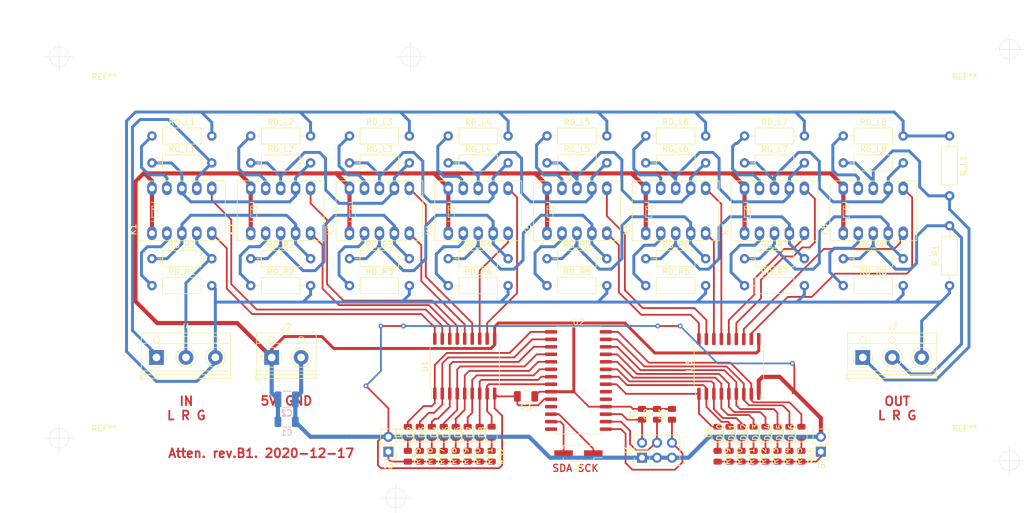
<source format=kicad_pcb>
(kicad_pcb (version 20171130) (host pcbnew "(5.1.7)-1")
  (layers (0 F.Cu signal) (31 B.Cu signal) (34 B.Paste user) (35 F.Paste user) (36 B.SilkS user) (37 F.SilkS user) (38 B.Mask user) (39 F.Mask user) (44 Edge.Cuts user))
  (net 0 "")
  (net 1 +5V)
  (net 2 GND)
  (net 3 "Net-(D1-Pad2)")
  (net 4 "Net-(D1-Pad1)")
  (net 5 "Net-(D2-Pad1)")
  (net 6 "Net-(D2-Pad2)")
  (net 7 "Net-(D3-Pad2)")
  (net 8 "Net-(D3-Pad1)")
  (net 9 "Net-(D4-Pad1)")
  (net 10 "Net-(D4-Pad2)")
  (net 11 "Net-(D5-Pad2)")
  (net 12 "Net-(D5-Pad1)")
  (net 13 "Net-(D6-Pad1)")
  (net 14 "Net-(D6-Pad2)")
  (net 15 "Net-(D7-Pad2)")
  (net 16 "Net-(D7-Pad1)")
  (net 17 "Net-(D8-Pad1)")
  (net 18 "Net-(D8-Pad2)")
  (net 19 "Net-(D9-Pad2)")
  (net 20 "Net-(D9-Pad1)")
  (net 21 "Net-(D10-Pad2)")
  (net 22 "Net-(D10-Pad1)")
  (net 23 "Net-(D11-Pad1)")
  (net 24 "Net-(D11-Pad2)")
  (net 25 "Net-(D12-Pad1)")
  (net 26 "Net-(D12-Pad2)")
  (net 27 "Net-(D13-Pad2)")
  (net 28 "Net-(D13-Pad1)")
  (net 29 "Net-(D14-Pad1)")
  (net 30 "Net-(D14-Pad2)")
  (net 31 "Net-(D15-Pad2)")
  (net 32 "Net-(D15-Pad1)")
  (net 33 "Net-(D16-Pad1)")
  (net 34 "Net-(D16-Pad2)")
  (net 35 "Net-(J1-Pad4)")
  (net 36 "Net-(J1-Pad6)")
  (net 37 "Net-(J3-Pad1)")
  (net 38 /IN_L)
  (net 39 /IN_R)
  (net 40 /GND_LR)
  (net 41 "Net-(J5-Pad1)")
  (net 42 "Net-(J5-Pad2)")
  (net 43 "Net-(J6-Pad1)")
  (net 44 "Net-(J7-Pad2)")
  (net 45 /OUT_L)
  (net 46 "Net-(K1-Pad2)")
  (net 47 "Net-(K1-Pad3)")
  (net 48 /R1_S)
  (net 49 /R1_R)
  (net 50 "Net-(K1-Pad8)")
  (net 51 "Net-(K1-Pad9)")
  (net 52 "Net-(K2-Pad9)")
  (net 53 "Net-(K2-Pad8)")
  (net 54 /R2_R)
  (net 55 /R2_S)
  (net 56 "Net-(K2-Pad3)")
  (net 57 "Net-(K2-Pad2)")
  (net 58 "Net-(K3-Pad2)")
  (net 59 "Net-(K3-Pad3)")
  (net 60 /R3_S)
  (net 61 /R3_R)
  (net 62 "Net-(K3-Pad8)")
  (net 63 "Net-(K3-Pad9)")
  (net 64 "Net-(K4-Pad2)")
  (net 65 "Net-(K4-Pad3)")
  (net 66 /R4_S)
  (net 67 /R4_R)
  (net 68 "Net-(K4-Pad8)")
  (net 69 "Net-(K4-Pad9)")
  (net 70 "Net-(K5-Pad9)")
  (net 71 "Net-(K5-Pad8)")
  (net 72 /R5_R)
  (net 73 /R5_S)
  (net 74 "Net-(K5-Pad3)")
  (net 75 "Net-(K5-Pad2)")
  (net 76 "Net-(K6-Pad9)")
  (net 77 "Net-(K6-Pad8)")
  (net 78 /R6_R)
  (net 79 /R6_S)
  (net 80 "Net-(K6-Pad3)")
  (net 81 "Net-(K6-Pad2)")
  (net 82 "Net-(K7-Pad9)")
  (net 83 "Net-(K7-Pad8)")
  (net 84 /R7_R)
  (net 85 /R7_S)
  (net 86 "Net-(K7-Pad3)")
  (net 87 "Net-(K7-Pad2)")
  (net 88 "Net-(K8-Pad2)")
  (net 89 /R8_S)
  (net 90 /R8_R)
  (net 91 "Net-(K8-Pad9)")
  (net 92 "Net-(J1-Pad2)")
  (module MountingHole:MountingHole_3.2mm_M3 (layer F.Cu) (at 209.55 140.97)
    (fp_text reference REF** (at 0 -4.2) (layer F.SilkS))
    (fp_text value MountingHole_3.2mm_M3)
    (pad 1 np_thru_hole circle (at 0 0) (size 3.2 3.2) (drill 3.2) (layers *.Cu *.Mask))
  )
  (module MountingHole:MountingHole_3.2mm_M3 (layer F.Cu) (at 209.55 81.28)
    (fp_text reference REF** (at 0 -4.2) (layer F.SilkS))
    (fp_text value MountingHole_3.2mm_M3)
    (pad 1 np_thru_hole circle (at 0 0) (size 3.2 3.2) (drill 3.2) (layers *.Cu *.Mask))
  )
  (module Capacitor_SMD:C_1206_3216Metric (layer B.Cu) (at 94.488 135.636)
    (fp_text reference C1 (at 0 1.85) (layer B.SilkS) (effects (justify mirror)))
    (fp_text value C)
    (pad 1 smd roundrect (at -1.475 0) (size 1.15 1.8) (layers B.Cu B.Paste B.Mask) (roundrect_rratio 0.217391) (net 1 +5V))
    (pad 2 smd roundrect (at 1.475 0) (size 1.15 1.8) (layers B.Cu B.Paste B.Mask) (roundrect_rratio 0.217391) (net 2 GND))
  )
  (module Capacitor_SMD:C_1210_3225Metric (layer B.Cu) (at 94.488 131.826)
    (fp_text reference C2 (at 0 2.3) (layer B.SilkS) (effects (justify mirror)))
    (fp_text value CP)
    (pad 1 smd roundrect (at -1.475 0) (size 1.15 2.7) (layers B.Cu B.Paste B.Mask) (roundrect_rratio 0.217391) (net 1 +5V))
    (pad 2 smd roundrect (at 1.475 0) (size 1.15 2.7) (layers B.Cu B.Paste B.Mask) (roundrect_rratio 0.217391) (net 2 GND))
  )
  (module LED_SMD:LED_0805_2012Metric (layer F.Cu) (at 115.062 137.414 90)
    (fp_text reference D1 (at 0 -1.65 90) (layer F.SilkS))
    (fp_text value LED)
    (pad 2 smd roundrect (at 0.9375 0 90) (size 0.975 1.4) (layers F.Cu F.Paste F.Mask) (net 3 "Net-(D1-Pad2)"))
    (pad 1 smd roundrect (at -0.9375 0 90) (size 0.975 1.4) (layers F.Cu F.Paste F.Mask) (net 4 "Net-(D1-Pad1)"))
  )
  (module LED_SMD:LED_0805_2012Metric (layer F.Cu) (at 117.094 137.414 90)
    (fp_text reference D2 (at 0 -1.65 90) (layer F.SilkS))
    (fp_text value LED)
    (pad 1 smd roundrect (at -0.9375 0 90) (size 0.975 1.4) (layers F.Cu F.Paste F.Mask) (net 5 "Net-(D2-Pad1)"))
    (pad 2 smd roundrect (at 0.9375 0 90) (size 0.975 1.4) (layers F.Cu F.Paste F.Mask) (net 6 "Net-(D2-Pad2)"))
  )
  (module LED_SMD:LED_0805_2012Metric (layer F.Cu) (at 119.126 137.414 90)
    (fp_text reference D3 (at 0 -1.65 90) (layer F.SilkS))
    (fp_text value LED)
    (pad 2 smd roundrect (at 0.9375 0 90) (size 0.975 1.4) (layers F.Cu F.Paste F.Mask) (net 7 "Net-(D3-Pad2)"))
    (pad 1 smd roundrect (at -0.9375 0 90) (size 0.975 1.4) (layers F.Cu F.Paste F.Mask) (net 8 "Net-(D3-Pad1)"))
  )
  (module LED_SMD:LED_0805_2012Metric (layer F.Cu) (at 121.158 137.414 90)
    (fp_text reference D4 (at 0 -1.65 90) (layer F.SilkS))
    (fp_text value LED)
    (pad 1 smd roundrect (at -0.9375 0 90) (size 0.975 1.4) (layers F.Cu F.Paste F.Mask) (net 9 "Net-(D4-Pad1)"))
    (pad 2 smd roundrect (at 0.9375 0 90) (size 0.975 1.4) (layers F.Cu F.Paste F.Mask) (net 10 "Net-(D4-Pad2)"))
  )
  (module LED_SMD:LED_0805_2012Metric (layer F.Cu) (at 123.19 137.414 90)
    (fp_text reference D5 (at 0 -1.65 90) (layer F.SilkS))
    (fp_text value LED)
    (pad 2 smd roundrect (at 0.9375 0 90) (size 0.975 1.4) (layers F.Cu F.Paste F.Mask) (net 11 "Net-(D5-Pad2)"))
    (pad 1 smd roundrect (at -0.9375 0 90) (size 0.975 1.4) (layers F.Cu F.Paste F.Mask) (net 12 "Net-(D5-Pad1)"))
  )
  (module LED_SMD:LED_0805_2012Metric (layer F.Cu) (at 125.222 137.414 90)
    (fp_text reference D6 (at 0 -1.65 90) (layer F.SilkS))
    (fp_text value LED)
    (pad 1 smd roundrect (at -0.9375 0 90) (size 0.975 1.4) (layers F.Cu F.Paste F.Mask) (net 13 "Net-(D6-Pad1)"))
    (pad 2 smd roundrect (at 0.9375 0 90) (size 0.975 1.4) (layers F.Cu F.Paste F.Mask) (net 14 "Net-(D6-Pad2)"))
  )
  (module LED_SMD:LED_0805_2012Metric (layer F.Cu) (at 127.254 137.414 90)
    (fp_text reference D7 (at 0 -1.65 90) (layer F.SilkS))
    (fp_text value LED)
    (pad 2 smd roundrect (at 0.9375 0 90) (size 0.975 1.4) (layers F.Cu F.Paste F.Mask) (net 15 "Net-(D7-Pad2)"))
    (pad 1 smd roundrect (at -0.9375 0 90) (size 0.975 1.4) (layers F.Cu F.Paste F.Mask) (net 16 "Net-(D7-Pad1)"))
  )
  (module LED_SMD:LED_0805_2012Metric (layer F.Cu) (at 129.286 137.414 90)
    (fp_text reference D8 (at 0 -1.65 90) (layer F.SilkS))
    (fp_text value LED)
    (pad 1 smd roundrect (at -0.9375 0 90) (size 0.975 1.4) (layers F.Cu F.Paste F.Mask) (net 17 "Net-(D8-Pad1)"))
    (pad 2 smd roundrect (at 0.9375 0 90) (size 0.975 1.4) (layers F.Cu F.Paste F.Mask) (net 18 "Net-(D8-Pad2)"))
  )
  (module LED_SMD:LED_0805_2012Metric (layer F.Cu) (at 167.64 137.414 90)
    (fp_text reference D9 (at 0 -1.65 90) (layer F.SilkS))
    (fp_text value LED)
    (pad 2 smd roundrect (at 0.9375 0 90) (size 0.975 1.4) (layers F.Cu F.Paste F.Mask) (net 19 "Net-(D9-Pad2)"))
    (pad 1 smd roundrect (at -0.9375 0 90) (size 0.975 1.4) (layers F.Cu F.Paste F.Mask) (net 20 "Net-(D9-Pad1)"))
  )
  (module LED_SMD:LED_0805_2012Metric (layer F.Cu) (at 169.672 137.414 90)
    (fp_text reference D10 (at 0 -1.65 90) (layer F.SilkS))
    (fp_text value LED)
    (pad 2 smd roundrect (at 0.9375 0 90) (size 0.975 1.4) (layers F.Cu F.Paste F.Mask) (net 21 "Net-(D10-Pad2)"))
    (pad 1 smd roundrect (at -0.9375 0 90) (size 0.975 1.4) (layers F.Cu F.Paste F.Mask) (net 22 "Net-(D10-Pad1)"))
  )
  (module LED_SMD:LED_0805_2012Metric (layer F.Cu) (at 171.704 137.414 90)
    (fp_text reference D11 (at 0 -1.65 90) (layer F.SilkS))
    (fp_text value LED)
    (pad 1 smd roundrect (at -0.9375 0 90) (size 0.975 1.4) (layers F.Cu F.Paste F.Mask) (net 23 "Net-(D11-Pad1)"))
    (pad 2 smd roundrect (at 0.9375 0 90) (size 0.975 1.4) (layers F.Cu F.Paste F.Mask) (net 24 "Net-(D11-Pad2)"))
  )
  (module LED_SMD:LED_0805_2012Metric (layer F.Cu) (at 173.736 137.414 90)
    (fp_text reference D12 (at 0 -1.65 90) (layer F.SilkS))
    (fp_text value LED)
    (pad 1 smd roundrect (at -0.9375 0 90) (size 0.975 1.4) (layers F.Cu F.Paste F.Mask) (net 25 "Net-(D12-Pad1)"))
    (pad 2 smd roundrect (at 0.9375 0 90) (size 0.975 1.4) (layers F.Cu F.Paste F.Mask) (net 26 "Net-(D12-Pad2)"))
  )
  (module LED_SMD:LED_0805_2012Metric (layer F.Cu) (at 175.768 137.414 90)
    (fp_text reference D13 (at 0 -1.65 90) (layer F.SilkS))
    (fp_text value LED)
    (pad 2 smd roundrect (at 0.9375 0 90) (size 0.975 1.4) (layers F.Cu F.Paste F.Mask) (net 27 "Net-(D13-Pad2)"))
    (pad 1 smd roundrect (at -0.9375 0 90) (size 0.975 1.4) (layers F.Cu F.Paste F.Mask) (net 28 "Net-(D13-Pad1)"))
  )
  (module LED_SMD:LED_0805_2012Metric (layer F.Cu) (at 177.8 137.414 90)
    (fp_text reference D14 (at 0 -1.65 90) (layer F.SilkS))
    (fp_text value LED)
    (pad 1 smd roundrect (at -0.9375 0 90) (size 0.975 1.4) (layers F.Cu F.Paste F.Mask) (net 29 "Net-(D14-Pad1)"))
    (pad 2 smd roundrect (at 0.9375 0 90) (size 0.975 1.4) (layers F.Cu F.Paste F.Mask) (net 30 "Net-(D14-Pad2)"))
  )
  (module LED_SMD:LED_0805_2012Metric (layer F.Cu) (at 179.832 137.414 90)
    (fp_text reference D15 (at 0 -1.65 90) (layer F.SilkS))
    (fp_text value LED)
    (pad 2 smd roundrect (at 0.9375 0 90) (size 0.975 1.4) (layers F.Cu F.Paste F.Mask) (net 31 "Net-(D15-Pad2)"))
    (pad 1 smd roundrect (at -0.9375 0 90) (size 0.975 1.4) (layers F.Cu F.Paste F.Mask) (net 32 "Net-(D15-Pad1)"))
  )
  (module LED_SMD:LED_0805_2012Metric (layer F.Cu) (at 181.864 137.414 90)
    (fp_text reference D16 (at 0 -1.65 90) (layer F.SilkS))
    (fp_text value LED)
    (pad 1 smd roundrect (at -0.9375 0 90) (size 0.975 1.4) (layers F.Cu F.Paste F.Mask) (net 33 "Net-(D16-Pad1)"))
    (pad 2 smd roundrect (at 0.9375 0 90) (size 0.975 1.4) (layers F.Cu F.Paste F.Mask) (net 34 "Net-(D16-Pad2)"))
  )
  (module TerminalBlock_RND:TerminalBlock_RND_205-00012_1x02_P5.00mm_Horizontal (layer F.Cu) (at 91.948 124.714)
    (fp_text reference J2 (at 2.5 -5.16) (layer F.SilkS))
    (fp_text value POWER)
    (pad 1 thru_hole rect (at 0 0) (size 2.5 2.5) (drill 1.3) (layers *.Cu *.Mask) (net 1 +5V))
    (pad 2 thru_hole circle (at 5 0) (size 2.5 2.5) (drill 1.3) (layers *.Cu *.Mask) (net 2 GND))
  )
  (module Connector_PinHeader_2.54mm:PinHeader_1x02_P2.54mm_Vertical (layer F.Cu) (at 111.76 140.716 180)
    (fp_text reference J3 (at 0 -2.33 180) (layer F.SilkS))
    (fp_text value LED)
    (pad 1 thru_hole rect (at 0 0 180) (size 1.7 1.7) (drill 1) (layers *.Cu *.Mask) (net 37 "Net-(J3-Pad1)"))
    (pad 2 thru_hole oval (at 0 2.54 180) (size 1.7 1.7) (drill 1) (layers *.Cu *.Mask) (net 2 GND))
  )
  (module TerminalBlock_RND:TerminalBlock_RND_205-00013_1x03_P5.00mm_Horizontal (layer F.Cu) (at 72.39 124.714)
    (fp_text reference J4 (at 5 -5.16) (layer F.SilkS))
    (fp_text value AUDIO_IN)
    (pad 1 thru_hole rect (at 0 0) (size 2.5 2.5) (drill 1.3) (layers *.Cu *.Mask) (net 38 /IN_L))
    (pad 2 thru_hole circle (at 5 0) (size 2.5 2.5) (drill 1.3) (layers *.Cu *.Mask) (net 39 /IN_R))
    (pad 3 thru_hole circle (at 10 0) (size 2.5 2.5) (drill 1.3) (layers *.Cu *.Mask) (net 40 /GND_LR))
  )
  (module Connector_PinHeader_2.54mm:PinHeader_2x01_P2.54mm_Vertical_SMD (layer F.Cu) (at 144.018 140.97 180)
    (fp_text reference J5 (at 0 -2.33 180) (layer F.SilkS))
    (fp_text value I2C)
    (pad 1 smd rect (at -2.525 0 180) (size 3.15 1) (layers F.Cu F.Paste F.Mask) (net 41 "Net-(J5-Pad1)"))
    (pad 2 smd rect (at 2.525 0 180) (size 3.15 1) (layers F.Cu F.Paste F.Mask) (net 42 "Net-(J5-Pad2)"))
  )
  (module Connector_PinHeader_2.54mm:PinHeader_1x02_P2.54mm_Vertical (layer F.Cu) (at 185.166 140.716 180)
    (fp_text reference J6 (at 0 -2.33 180) (layer F.SilkS))
    (fp_text value LED)
    (pad 2 thru_hole oval (at 0 2.54 180) (size 1.7 1.7) (drill 1) (layers *.Cu *.Mask) (net 2 GND))
    (pad 1 thru_hole rect (at 0 0 180) (size 1.7 1.7) (drill 1) (layers *.Cu *.Mask) (net 43 "Net-(J6-Pad1)"))
  )
  (module TerminalBlock_RND:TerminalBlock_RND_205-00013_1x03_P5.00mm_Horizontal (layer F.Cu) (at 192.278 124.714)
    (fp_text reference J7 (at 5 -5.16) (layer F.SilkS))
    (fp_text value AUDIO_OUT)
    (pad 3 thru_hole circle (at 10 0) (size 2.5 2.5) (drill 1.3) (layers *.Cu *.Mask) (net 40 /GND_LR))
    (pad 2 thru_hole circle (at 5 0) (size 2.5 2.5) (drill 1.3) (layers *.Cu *.Mask) (net 44 "Net-(J7-Pad2)"))
    (pad 1 thru_hole rect (at 0 0) (size 2.5 2.5) (drill 1.3) (layers *.Cu *.Mask) (net 45 /OUT_L))
  )
  (module Relay_THT:Relay_DPDT_FRT5 (layer F.Cu) (at 71.628 103.632 90)
    (fp_text reference K1 (at 0.635 -3.175 90) (layer F.SilkS))
    (fp_text value AZ850P2-x)
    (pad 1 thru_hole oval (at 0 0 90) (size 2.3 1.6) (drill 1) (layers *.Cu *.Mask) (net 1 +5V))
    (pad 2 thru_hole oval (at 0 2.54 90) (size 2.3 1.6) (drill 1) (layers *.Cu *.Mask) (net 46 "Net-(K1-Pad2)"))
    (pad 3 thru_hole oval (at 0 5.08 90) (size 2.3 1.6) (drill 1) (layers *.Cu *.Mask) (net 47 "Net-(K1-Pad3)"))
    (pad 4 thru_hole oval (at 0 7.62 90) (size 2.3 1.6) (drill 1) (layers *.Cu *.Mask) (net 39 /IN_R))
    (pad 5 thru_hole oval (at 0 10.16 90) (size 2.3 1.6) (drill 1) (layers *.Cu *.Mask) (net 48 /R1_S))
    (pad 6 thru_hole oval (at 7.62 10.16 90) (size 2.3 1.6) (drill 1) (layers *.Cu *.Mask) (net 49 /R1_R))
    (pad 7 thru_hole oval (at 7.62 7.62 90) (size 2.3 1.6) (drill 1) (layers *.Cu *.Mask) (net 38 /IN_L))
    (pad 8 thru_hole oval (at 7.62 5.08 90) (size 2.3 1.6) (drill 1) (layers *.Cu *.Mask) (net 50 "Net-(K1-Pad8)"))
    (pad 9 thru_hole oval (at 7.62 2.54 90) (size 2.3 1.6) (drill 1) (layers *.Cu *.Mask) (net 51 "Net-(K1-Pad9)"))
    (pad 10 thru_hole oval (at 7.62 0 90) (size 2.3 1.6) (drill 1) (layers *.Cu *.Mask) (net 1 +5V))
  )
  (module Relay_THT:Relay_DPDT_FRT5 (layer F.Cu) (at 88.392 103.632 90)
    (fp_text reference K2 (at 0.635 -3.175 90) (layer F.SilkS))
    (fp_text value AZ850P2-x)
    (pad 10 thru_hole oval (at 7.62 0 90) (size 2.3 1.6) (drill 1) (layers *.Cu *.Mask) (net 1 +5V))
    (pad 9 thru_hole oval (at 7.62 2.54 90) (size 2.3 1.6) (drill 1) (layers *.Cu *.Mask) (net 52 "Net-(K2-Pad9)"))
    (pad 8 thru_hole oval (at 7.62 5.08 90) (size 2.3 1.6) (drill 1) (layers *.Cu *.Mask) (net 53 "Net-(K2-Pad8)"))
    (pad 7 thru_hole oval (at 7.62 7.62 90) (size 2.3 1.6) (drill 1) (layers *.Cu *.Mask) (net 50 "Net-(K1-Pad8)"))
    (pad 6 thru_hole oval (at 7.62 10.16 90) (size 2.3 1.6) (drill 1) (layers *.Cu *.Mask) (net 54 /R2_R))
    (pad 5 thru_hole oval (at 0 10.16 90) (size 2.3 1.6) (drill 1) (layers *.Cu *.Mask) (net 55 /R2_S))
    (pad 4 thru_hole oval (at 0 7.62 90) (size 2.3 1.6) (drill 1) (layers *.Cu *.Mask) (net 47 "Net-(K1-Pad3)"))
    (pad 3 thru_hole oval (at 0 5.08 90) (size 2.3 1.6) (drill 1) (layers *.Cu *.Mask) (net 56 "Net-(K2-Pad3)"))
    (pad 2 thru_hole oval (at 0 2.54 90) (size 2.3 1.6) (drill 1) (layers *.Cu *.Mask) (net 57 "Net-(K2-Pad2)"))
    (pad 1 thru_hole oval (at 0 0 90) (size 2.3 1.6) (drill 1) (layers *.Cu *.Mask) (net 1 +5V))
  )
  (module Relay_THT:Relay_DPDT_FRT5 (layer F.Cu) (at 105.156 103.632 90)
    (fp_text reference K3 (at 0.635 -3.175 90) (layer F.SilkS))
    (fp_text value AZ850P2-x)
    (pad 1 thru_hole oval (at 0 0 90) (size 2.3 1.6) (drill 1) (layers *.Cu *.Mask) (net 1 +5V))
    (pad 2 thru_hole oval (at 0 2.54 90) (size 2.3 1.6) (drill 1) (layers *.Cu *.Mask) (net 58 "Net-(K3-Pad2)"))
    (pad 3 thru_hole oval (at 0 5.08 90) (size 2.3 1.6) (drill 1) (layers *.Cu *.Mask) (net 59 "Net-(K3-Pad3)"))
    (pad 4 thru_hole oval (at 0 7.62 90) (size 2.3 1.6) (drill 1) (layers *.Cu *.Mask) (net 56 "Net-(K2-Pad3)"))
    (pad 5 thru_hole oval (at 0 10.16 90) (size 2.3 1.6) (drill 1) (layers *.Cu *.Mask) (net 60 /R3_S))
    (pad 6 thru_hole oval (at 7.62 10.16 90) (size 2.3 1.6) (drill 1) (layers *.Cu *.Mask) (net 61 /R3_R))
    (pad 7 thru_hole oval (at 7.62 7.62 90) (size 2.3 1.6) (drill 1) (layers *.Cu *.Mask) (net 53 "Net-(K2-Pad8)"))
    (pad 8 thru_hole oval (at 7.62 5.08 90) (size 2.3 1.6) (drill 1) (layers *.Cu *.Mask) (net 62 "Net-(K3-Pad8)"))
    (pad 9 thru_hole oval (at 7.62 2.54 90) (size 2.3 1.6) (drill 1) (layers *.Cu *.Mask) (net 63 "Net-(K3-Pad9)"))
    (pad 10 thru_hole oval (at 7.62 0 90) (size 2.3 1.6) (drill 1) (layers *.Cu *.Mask) (net 1 +5V))
  )
  (module Relay_THT:Relay_DPDT_FRT5 (layer F.Cu) (at 121.92 103.632 90)
    (fp_text reference K4 (at 0.635 -3.175 90) (layer F.SilkS))
    (fp_text value AZ850P2-x)
    (pad 1 thru_hole oval (at 0 0 90) (size 2.3 1.6) (drill 1) (layers *.Cu *.Mask) (net 1 +5V))
    (pad 2 thru_hole oval (at 0 2.54 90) (size 2.3 1.6) (drill 1) (layers *.Cu *.Mask) (net 64 "Net-(K4-Pad2)"))
    (pad 3 thru_hole oval (at 0 5.08 90) (size 2.3 1.6) (drill 1) (layers *.Cu *.Mask) (net 65 "Net-(K4-Pad3)"))
    (pad 4 thru_hole oval (at 0 7.62 90) (size 2.3 1.6) (drill 1) (layers *.Cu *.Mask) (net 59 "Net-(K3-Pad3)"))
    (pad 5 thru_hole oval (at 0 10.16 90) (size 2.3 1.6) (drill 1) (layers *.Cu *.Mask) (net 66 /R4_S))
    (pad 6 thru_hole oval (at 7.62 10.16 90) (size 2.3 1.6) (drill 1) (layers *.Cu *.Mask) (net 67 /R4_R))
    (pad 7 thru_hole oval (at 7.62 7.62 90) (size 2.3 1.6) (drill 1) (layers *.Cu *.Mask) (net 62 "Net-(K3-Pad8)"))
    (pad 8 thru_hole oval (at 7.62 5.08 90) (size 2.3 1.6) (drill 1) (layers *.Cu *.Mask) (net 68 "Net-(K4-Pad8)"))
    (pad 9 thru_hole oval (at 7.62 2.54 90) (size 2.3 1.6) (drill 1) (layers *.Cu *.Mask) (net 69 "Net-(K4-Pad9)"))
    (pad 10 thru_hole oval (at 7.62 0 90) (size 2.3 1.6) (drill 1) (layers *.Cu *.Mask) (net 1 +5V))
  )
  (module Relay_THT:Relay_DPDT_FRT5 (layer F.Cu) (at 138.684 103.632 90)
    (fp_text reference K5 (at 0.635 -3.175 90) (layer F.SilkS))
    (fp_text value AZ850P2-x)
    (pad 10 thru_hole oval (at 7.62 0 90) (size 2.3 1.6) (drill 1) (layers *.Cu *.Mask) (net 1 +5V))
    (pad 9 thru_hole oval (at 7.62 2.54 90) (size 2.3 1.6) (drill 1) (layers *.Cu *.Mask) (net 70 "Net-(K5-Pad9)"))
    (pad 8 thru_hole oval (at 7.62 5.08 90) (size 2.3 1.6) (drill 1) (layers *.Cu *.Mask) (net 71 "Net-(K5-Pad8)"))
    (pad 7 thru_hole oval (at 7.62 7.62 90) (size 2.3 1.6) (drill 1) (layers *.Cu *.Mask) (net 68 "Net-(K4-Pad8)"))
    (pad 6 thru_hole oval (at 7.62 10.16 90) (size 2.3 1.6) (drill 1) (layers *.Cu *.Mask) (net 72 /R5_R))
    (pad 5 thru_hole oval (at 0 10.16 90) (size 2.3 1.6) (drill 1) (layers *.Cu *.Mask) (net 73 /R5_S))
    (pad 4 thru_hole oval (at 0 7.62 90) (size 2.3 1.6) (drill 1) (layers *.Cu *.Mask) (net 65 "Net-(K4-Pad3)"))
    (pad 3 thru_hole oval (at 0 5.08 90) (size 2.3 1.6) (drill 1) (layers *.Cu *.Mask) (net 74 "Net-(K5-Pad3)"))
    (pad 2 thru_hole oval (at 0 2.54 90) (size 2.3 1.6) (drill 1) (layers *.Cu *.Mask) (net 75 "Net-(K5-Pad2)"))
    (pad 1 thru_hole oval (at 0 0 90) (size 2.3 1.6) (drill 1) (layers *.Cu *.Mask) (net 1 +5V))
  )
  (module Relay_THT:Relay_DPDT_FRT5 (layer F.Cu) (at 155.448 103.632 90)
    (fp_text reference K6 (at 0.635 -3.175 90) (layer F.SilkS))
    (fp_text value AZ850P2-x)
    (pad 10 thru_hole oval (at 7.62 0 90) (size 2.3 1.6) (drill 1) (layers *.Cu *.Mask) (net 1 +5V))
    (pad 9 thru_hole oval (at 7.62 2.54 90) (size 2.3 1.6) (drill 1) (layers *.Cu *.Mask) (net 76 "Net-(K6-Pad9)"))
    (pad 8 thru_hole oval (at 7.62 5.08 90) (size 2.3 1.6) (drill 1) (layers *.Cu *.Mask) (net 77 "Net-(K6-Pad8)"))
    (pad 7 thru_hole oval (at 7.62 7.62 90) (size 2.3 1.6) (drill 1) (layers *.Cu *.Mask) (net 71 "Net-(K5-Pad8)"))
    (pad 6 thru_hole oval (at 7.62 10.16 90) (size 2.3 1.6) (drill 1) (layers *.Cu *.Mask) (net 78 /R6_R))
    (pad 5 thru_hole oval (at 0 10.16 90) (size 2.3 1.6) (drill 1) (layers *.Cu *.Mask) (net 79 /R6_S))
    (pad 4 thru_hole oval (at 0 7.62 90) (size 2.3 1.6) (drill 1) (layers *.Cu *.Mask) (net 74 "Net-(K5-Pad3)"))
    (pad 3 thru_hole oval (at 0 5.08 90) (size 2.3 1.6) (drill 1) (layers *.Cu *.Mask) (net 80 "Net-(K6-Pad3)"))
    (pad 2 thru_hole oval (at 0 2.54 90) (size 2.3 1.6) (drill 1) (layers *.Cu *.Mask) (net 81 "Net-(K6-Pad2)"))
    (pad 1 thru_hole oval (at 0 0 90) (size 2.3 1.6) (drill 1) (layers *.Cu *.Mask) (net 1 +5V))
  )
  (module Relay_THT:Relay_DPDT_FRT5 (layer F.Cu) (at 172.212 103.632 90)
    (fp_text reference K7 (at 0.635 -3.175 90) (layer F.SilkS))
    (fp_text value AZ850P2-x)
    (pad 10 thru_hole oval (at 7.62 0 90) (size 2.3 1.6) (drill 1) (layers *.Cu *.Mask) (net 1 +5V))
    (pad 9 thru_hole oval (at 7.62 2.54 90) (size 2.3 1.6) (drill 1) (layers *.Cu *.Mask) (net 82 "Net-(K7-Pad9)"))
    (pad 8 thru_hole oval (at 7.62 5.08 90) (size 2.3 1.6) (drill 1) (layers *.Cu *.Mask) (net 83 "Net-(K7-Pad8)"))
    (pad 7 thru_hole oval (at 7.62 7.62 90) (size 2.3 1.6) (drill 1) (layers *.Cu *.Mask) (net 77 "Net-(K6-Pad8)"))
    (pad 6 thru_hole oval (at 7.62 10.16 90) (size 2.3 1.6) (drill 1) (layers *.Cu *.Mask) (net 84 /R7_R))
    (pad 5 thru_hole oval (at 0 10.16 90) (size 2.3 1.6) (drill 1) (layers *.Cu *.Mask) (net 85 /R7_S))
    (pad 4 thru_hole oval (at 0 7.62 90) (size 2.3 1.6) (drill 1) (layers *.Cu *.Mask) (net 80 "Net-(K6-Pad3)"))
    (pad 3 thru_hole oval (at 0 5.08 90) (size 2.3 1.6) (drill 1) (layers *.Cu *.Mask) (net 86 "Net-(K7-Pad3)"))
    (pad 2 thru_hole oval (at 0 2.54 90) (size 2.3 1.6) (drill 1) (layers *.Cu *.Mask) (net 87 "Net-(K7-Pad2)"))
    (pad 1 thru_hole oval (at 0 0 90) (size 2.3 1.6) (drill 1) (layers *.Cu *.Mask) (net 1 +5V))
  )
  (module Relay_THT:Relay_DPDT_FRT5 (layer F.Cu) (at 188.976 103.632 90)
    (fp_text reference K8 (at 0.635 -3.175 90) (layer F.SilkS))
    (fp_text value AZ850P2-x)
    (pad 1 thru_hole oval (at 0 0 90) (size 2.3 1.6) (drill 1) (layers *.Cu *.Mask) (net 1 +5V))
    (pad 2 thru_hole oval (at 0 2.54 90) (size 2.3 1.6) (drill 1) (layers *.Cu *.Mask) (net 88 "Net-(K8-Pad2)"))
    (pad 3 thru_hole oval (at 0 5.08 90) (size 2.3 1.6) (drill 1) (layers *.Cu *.Mask) (net 44 "Net-(J7-Pad2)"))
    (pad 4 thru_hole oval (at 0 7.62 90) (size 2.3 1.6) (drill 1) (layers *.Cu *.Mask) (net 86 "Net-(K7-Pad3)"))
    (pad 5 thru_hole oval (at 0 10.16 90) (size 2.3 1.6) (drill 1) (layers *.Cu *.Mask) (net 89 /R8_S))
    (pad 6 thru_hole oval (at 7.62 10.16 90) (size 2.3 1.6) (drill 1) (layers *.Cu *.Mask) (net 90 /R8_R))
    (pad 7 thru_hole oval (at 7.62 7.62 90) (size 2.3 1.6) (drill 1) (layers *.Cu *.Mask) (net 83 "Net-(K7-Pad8)"))
    (pad 8 thru_hole oval (at 7.62 5.08 90) (size 2.3 1.6) (drill 1) (layers *.Cu *.Mask) (net 45 /OUT_L))
    (pad 9 thru_hole oval (at 7.62 2.54 90) (size 2.3 1.6) (drill 1) (layers *.Cu *.Mask) (net 91 "Net-(K8-Pad9)"))
    (pad 10 thru_hole oval (at 7.62 0 90) (size 2.3 1.6) (drill 1) (layers *.Cu *.Mask) (net 1 +5V))
  )
  (module Resistor_SMD:R_0805_2012Metric (layer F.Cu) (at 154.813 134.366 90)
    (fp_text reference R1 (at 0 -1.65 90) (layer F.SilkS))
    (fp_text value R)
    (pad 2 smd roundrect (at 0.9125 0 90) (size 1.025 1.4) (layers F.Cu F.Paste F.Mask) (roundrect_rratio 0.243902) (net 1 +5V))
    (pad 1 smd roundrect (at -0.9125 0 90) (size 1.025 1.4) (layers F.Cu F.Paste F.Mask) (roundrect_rratio 0.243902) (net 92 "Net-(J1-Pad2)"))
  )
  (module Resistor_SMD:R_0805_2012Metric (layer F.Cu) (at 157.353 134.366 90)
    (fp_text reference R2 (at 0 -1.65 90) (layer F.SilkS))
    (fp_text value R)
    (pad 1 smd roundrect (at -0.9125 0 90) (size 1.025 1.4) (layers F.Cu F.Paste F.Mask) (roundrect_rratio 0.243902) (net 35 "Net-(J1-Pad4)"))
    (pad 2 smd roundrect (at 0.9125 0 90) (size 1.025 1.4) (layers F.Cu F.Paste F.Mask) (roundrect_rratio 0.243902) (net 1 +5V))
  )
  (module Resistor_SMD:R_0805_2012Metric (layer F.Cu) (at 159.893 134.366 90)
    (fp_text reference R3 (at 0 -1.65 90) (layer F.SilkS))
    (fp_text value R)
    (pad 1 smd roundrect (at -0.9125 0 90) (size 1.025 1.4) (layers F.Cu F.Paste F.Mask) (roundrect_rratio 0.243902) (net 36 "Net-(J1-Pad6)"))
    (pad 2 smd roundrect (at 0.9125 0 90) (size 1.025 1.4) (layers F.Cu F.Paste F.Mask) (roundrect_rratio 0.243902) (net 1 +5V))
  )
  (module Resistor_SMD:R_0805_2012Metric (layer F.Cu) (at 115.062 141.478 270)
    (fp_text reference R25 (at 0 -1.65 270) (layer F.SilkS))
    (fp_text value R)
    (pad 2 smd roundrect (at 0.9125 0 270) (size 1.025 1.4) (layers F.Cu F.Paste F.Mask) (roundrect_rratio 0.243902) (net 37 "Net-(J3-Pad1)"))
    (pad 1 smd roundrect (at -0.9125 0 270) (size 1.025 1.4) (layers F.Cu F.Paste F.Mask) (roundrect_rratio 0.243902) (net 4 "Net-(D1-Pad1)"))
  )
  (module Resistor_SMD:R_0805_2012Metric (layer F.Cu) (at 117.094 141.478 270)
    (fp_text reference R26 (at 0 -1.65 270) (layer F.SilkS))
    (fp_text value R)
    (pad 1 smd roundrect (at -0.9125 0 270) (size 1.025 1.4) (layers F.Cu F.Paste F.Mask) (roundrect_rratio 0.243902) (net 5 "Net-(D2-Pad1)"))
    (pad 2 smd roundrect (at 0.9125 0 270) (size 1.025 1.4) (layers F.Cu F.Paste F.Mask) (roundrect_rratio 0.243902) (net 37 "Net-(J3-Pad1)"))
  )
  (module Resistor_SMD:R_0805_2012Metric (layer F.Cu) (at 119.126 141.478 270)
    (fp_text reference R27 (at 0 -1.65 270) (layer F.SilkS))
    (fp_text value R)
    (pad 2 smd roundrect (at 0.9125 0 270) (size 1.025 1.4) (layers F.Cu F.Paste F.Mask) (roundrect_rratio 0.243902) (net 37 "Net-(J3-Pad1)"))
    (pad 1 smd roundrect (at -0.9125 0 270) (size 1.025 1.4) (layers F.Cu F.Paste F.Mask) (roundrect_rratio 0.243902) (net 8 "Net-(D3-Pad1)"))
  )
  (module Resistor_SMD:R_0805_2012Metric (layer F.Cu) (at 121.158 141.478 270)
    (fp_text reference R28 (at 0 -1.65 270) (layer F.SilkS))
    (fp_text value R)
    (pad 1 smd roundrect (at -0.9125 0 270) (size 1.025 1.4) (layers F.Cu F.Paste F.Mask) (roundrect_rratio 0.243902) (net 9 "Net-(D4-Pad1)"))
    (pad 2 smd roundrect (at 0.9125 0 270) (size 1.025 1.4) (layers F.Cu F.Paste F.Mask) (roundrect_rratio 0.243902) (net 37 "Net-(J3-Pad1)"))
  )
  (module Resistor_SMD:R_0805_2012Metric (layer F.Cu) (at 123.19 141.478 270)
    (fp_text reference R29 (at 0 -1.65 270) (layer F.SilkS))
    (fp_text value R)
    (pad 1 smd roundrect (at -0.9125 0 270) (size 1.025 1.4) (layers F.Cu F.Paste F.Mask) (roundrect_rratio 0.243902) (net 12 "Net-(D5-Pad1)"))
    (pad 2 smd roundrect (at 0.9125 0 270) (size 1.025 1.4) (layers F.Cu F.Paste F.Mask) (roundrect_rratio 0.243902) (net 37 "Net-(J3-Pad1)"))
  )
  (module Resistor_SMD:R_0805_2012Metric (layer F.Cu) (at 125.222 141.478 270)
    (fp_text reference R30 (at 0 -1.65 270) (layer F.SilkS))
    (fp_text value R)
    (pad 2 smd roundrect (at 0.9125 0 270) (size 1.025 1.4) (layers F.Cu F.Paste F.Mask) (roundrect_rratio 0.243902) (net 37 "Net-(J3-Pad1)"))
    (pad 1 smd roundrect (at -0.9125 0 270) (size 1.025 1.4) (layers F.Cu F.Paste F.Mask) (roundrect_rratio 0.243902) (net 13 "Net-(D6-Pad1)"))
  )
  (module Resistor_SMD:R_0805_2012Metric (layer F.Cu) (at 127.254 141.478 270)
    (fp_text reference R31 (at 0 -1.65 270) (layer F.SilkS))
    (fp_text value R)
    (pad 1 smd roundrect (at -0.9125 0 270) (size 1.025 1.4) (layers F.Cu F.Paste F.Mask) (roundrect_rratio 0.243902) (net 16 "Net-(D7-Pad1)"))
    (pad 2 smd roundrect (at 0.9125 0 270) (size 1.025 1.4) (layers F.Cu F.Paste F.Mask) (roundrect_rratio 0.243902) (net 37 "Net-(J3-Pad1)"))
  )
  (module Resistor_SMD:R_0805_2012Metric (layer F.Cu) (at 129.286 141.478 270)
    (fp_text reference R32 (at 0 -1.65 270) (layer F.SilkS))
    (fp_text value R)
    (pad 2 smd roundrect (at 0.9125 0 270) (size 1.025 1.4) (layers F.Cu F.Paste F.Mask) (roundrect_rratio 0.243902) (net 37 "Net-(J3-Pad1)"))
    (pad 1 smd roundrect (at -0.9125 0 270) (size 1.025 1.4) (layers F.Cu F.Paste F.Mask) (roundrect_rratio 0.243902) (net 17 "Net-(D8-Pad1)"))
  )
  (module Resistor_SMD:R_0805_2012Metric (layer F.Cu) (at 167.64 141.478 270)
    (fp_text reference R49 (at 0 -1.65 270) (layer F.SilkS))
    (fp_text value R)
    (pad 2 smd roundrect (at 0.9125 0 270) (size 1.025 1.4) (layers F.Cu F.Paste F.Mask) (roundrect_rratio 0.243902) (net 43 "Net-(J6-Pad1)"))
    (pad 1 smd roundrect (at -0.9125 0 270) (size 1.025 1.4) (layers F.Cu F.Paste F.Mask) (roundrect_rratio 0.243902) (net 20 "Net-(D9-Pad1)"))
  )
  (module Resistor_SMD:R_0805_2012Metric (layer F.Cu) (at 169.672 141.478 270)
    (fp_text reference R50 (at 0 -1.65 270) (layer F.SilkS))
    (fp_text value R)
    (pad 1 smd roundrect (at -0.9125 0 270) (size 1.025 1.4) (layers F.Cu F.Paste F.Mask) (roundrect_rratio 0.243902) (net 22 "Net-(D10-Pad1)"))
    (pad 2 smd roundrect (at 0.9125 0 270) (size 1.025 1.4) (layers F.Cu F.Paste F.Mask) (roundrect_rratio 0.243902) (net 43 "Net-(J6-Pad1)"))
  )
  (module Resistor_SMD:R_0805_2012Metric (layer F.Cu) (at 171.704 141.478 270)
    (fp_text reference R51 (at 0 -1.65 270) (layer F.SilkS))
    (fp_text value R)
    (pad 2 smd roundrect (at 0.9125 0 270) (size 1.025 1.4) (layers F.Cu F.Paste F.Mask) (roundrect_rratio 0.243902) (net 43 "Net-(J6-Pad1)"))
    (pad 1 smd roundrect (at -0.9125 0 270) (size 1.025 1.4) (layers F.Cu F.Paste F.Mask) (roundrect_rratio 0.243902) (net 23 "Net-(D11-Pad1)"))
  )
  (module Resistor_SMD:R_0805_2012Metric (layer F.Cu) (at 173.736 141.478 270)
    (fp_text reference R52 (at 0 -1.65 270) (layer F.SilkS))
    (fp_text value R)
    (pad 1 smd roundrect (at -0.9125 0 270) (size 1.025 1.4) (layers F.Cu F.Paste F.Mask) (roundrect_rratio 0.243902) (net 25 "Net-(D12-Pad1)"))
    (pad 2 smd roundrect (at 0.9125 0 270) (size 1.025 1.4) (layers F.Cu F.Paste F.Mask) (roundrect_rratio 0.243902) (net 43 "Net-(J6-Pad1)"))
  )
  (module Resistor_SMD:R_0805_2012Metric (layer F.Cu) (at 175.768 141.478 270)
    (fp_text reference R53 (at 0 -1.65 270) (layer F.SilkS))
    (fp_text value R)
    (pad 2 smd roundrect (at 0.9125 0 270) (size 1.025 1.4) (layers F.Cu F.Paste F.Mask) (roundrect_rratio 0.243902) (net 43 "Net-(J6-Pad1)"))
    (pad 1 smd roundrect (at -0.9125 0 270) (size 1.025 1.4) (layers F.Cu F.Paste F.Mask) (roundrect_rratio 0.243902) (net 28 "Net-(D13-Pad1)"))
  )
  (module Resistor_SMD:R_0805_2012Metric (layer F.Cu) (at 177.8 141.478 270)
    (fp_text reference R54 (at 0 -1.65 270) (layer F.SilkS))
    (fp_text value R)
    (pad 1 smd roundrect (at -0.9125 0 270) (size 1.025 1.4) (layers F.Cu F.Paste F.Mask) (roundrect_rratio 0.243902) (net 29 "Net-(D14-Pad1)"))
    (pad 2 smd roundrect (at 0.9125 0 270) (size 1.025 1.4) (layers F.Cu F.Paste F.Mask) (roundrect_rratio 0.243902) (net 43 "Net-(J6-Pad1)"))
  )
  (module Resistor_SMD:R_0805_2012Metric (layer F.Cu) (at 179.832 141.478 270)
    (fp_text reference R55 (at 0 -1.65 270) (layer F.SilkS))
    (fp_text value R)
    (pad 2 smd roundrect (at 0.9125 0 270) (size 1.025 1.4) (layers F.Cu F.Paste F.Mask) (roundrect_rratio 0.243902) (net 43 "Net-(J6-Pad1)"))
    (pad 1 smd roundrect (at -0.9125 0 270) (size 1.025 1.4) (layers F.Cu F.Paste F.Mask) (roundrect_rratio 0.243902) (net 32 "Net-(D15-Pad1)"))
  )
  (module Resistor_SMD:R_0805_2012Metric (layer F.Cu) (at 181.864 141.478 270)
    (fp_text reference R56 (at 0 -1.65 270) (layer F.SilkS))
    (fp_text value R)
    (pad 1 smd roundrect (at -0.9125 0 270) (size 1.025 1.4) (layers F.Cu F.Paste F.Mask) (roundrect_rratio 0.243902) (net 33 "Net-(D16-Pad1)"))
    (pad 2 smd roundrect (at 0.9125 0 270) (size 1.025 1.4) (layers F.Cu F.Paste F.Mask) (roundrect_rratio 0.243902) (net 43 "Net-(J6-Pad1)"))
  )
  (module Resistor_THT:R_Axial_DIN0207_L6.3mm_D2.5mm_P10.16mm_Horizontal (layer F.Cu) (at 207.01 87.122 270)
    (fp_text reference R_L1 (at 5.08 -2.37 270) (layer F.SilkS))
    (fp_text value R)
    (pad 1 thru_hole circle (at 0 0 270) (size 1.6 1.6) (drill 0.8) (layers *.Cu *.Mask) (net 40 /GND_LR))
    (pad 2 thru_hole oval (at 10.16 0 270) (size 1.6 1.6) (drill 0.8) (layers *.Cu *.Mask) (net 45 /OUT_L))
  )
  (module Resistor_THT:R_Axial_DIN0207_L6.3mm_D2.5mm_P10.16mm_Horizontal (layer F.Cu) (at 207.01 112.522 90)
    (fp_text reference R_R1 (at 5.08 -2.37 90) (layer F.SilkS))
    (fp_text value R)
    (pad 2 thru_hole oval (at 10.16 0 90) (size 1.6 1.6) (drill 0.8) (layers *.Cu *.Mask) (net 44 "Net-(J7-Pad2)"))
    (pad 1 thru_hole circle (at 0 0 90) (size 1.6 1.6) (drill 0.8) (layers *.Cu *.Mask) (net 40 /GND_LR))
  )
  (module Resistor_THT:R_Axial_DIN0207_L6.3mm_D2.5mm_P10.16mm_Horizontal (layer F.Cu) (at 71.628 87.122)
    (fp_text reference RD_L1 (at 5.08 -2.37) (layer F.SilkS))
    (fp_text value R)
    (pad 2 thru_hole oval (at 10.16 0) (size 1.6 1.6) (drill 0.8) (layers *.Cu *.Mask) (net 40 /GND_LR))
    (pad 1 thru_hole circle (at 0 0) (size 1.6 1.6) (drill 0.8) (layers *.Cu *.Mask) (net 51 "Net-(K1-Pad9)"))
  )
  (module Resistor_THT:R_Axial_DIN0207_L6.3mm_D2.5mm_P10.16mm_Horizontal (layer F.Cu) (at 88.392 87.122)
    (fp_text reference RD_L2 (at 5.08 -2.37) (layer F.SilkS))
    (fp_text value R)
    (pad 1 thru_hole circle (at 0 0) (size 1.6 1.6) (drill 0.8) (layers *.Cu *.Mask) (net 52 "Net-(K2-Pad9)"))
    (pad 2 thru_hole oval (at 10.16 0) (size 1.6 1.6) (drill 0.8) (layers *.Cu *.Mask) (net 40 /GND_LR))
  )
  (module Resistor_THT:R_Axial_DIN0207_L6.3mm_D2.5mm_P10.16mm_Horizontal (layer F.Cu) (at 105.156 87.122)
    (fp_text reference RD_L3 (at 5.08 -2.37) (layer F.SilkS))
    (fp_text value R)
    (pad 2 thru_hole oval (at 10.16 0) (size 1.6 1.6) (drill 0.8) (layers *.Cu *.Mask) (net 40 /GND_LR))
    (pad 1 thru_hole circle (at 0 0) (size 1.6 1.6) (drill 0.8) (layers *.Cu *.Mask) (net 63 "Net-(K3-Pad9)"))
  )
  (module Resistor_THT:R_Axial_DIN0207_L6.3mm_D2.5mm_P10.16mm_Horizontal (layer F.Cu) (at 121.92 87.122)
    (fp_text reference RD_L4 (at 5.08 -2.37) (layer F.SilkS))
    (fp_text value R)
    (pad 1 thru_hole circle (at 0 0) (size 1.6 1.6) (drill 0.8) (layers *.Cu *.Mask) (net 69 "Net-(K4-Pad9)"))
    (pad 2 thru_hole oval (at 10.16 0) (size 1.6 1.6) (drill 0.8) (layers *.Cu *.Mask) (net 40 /GND_LR))
  )
  (module Resistor_THT:R_Axial_DIN0207_L6.3mm_D2.5mm_P10.16mm_Horizontal (layer F.Cu) (at 138.684 87.122)
    (fp_text reference RD_L5 (at 5.08 -2.37) (layer F.SilkS))
    (fp_text value R)
    (pad 2 thru_hole oval (at 10.16 0) (size 1.6 1.6) (drill 0.8) (layers *.Cu *.Mask) (net 40 /GND_LR))
    (pad 1 thru_hole circle (at 0 0) (size 1.6 1.6) (drill 0.8) (layers *.Cu *.Mask) (net 70 "Net-(K5-Pad9)"))
  )
  (module Resistor_THT:R_Axial_DIN0207_L6.3mm_D2.5mm_P10.16mm_Horizontal (layer F.Cu) (at 155.448 87.122)
    (fp_text reference RD_L6 (at 5.08 -2.37) (layer F.SilkS))
    (fp_text value R)
    (pad 1 thru_hole circle (at 0 0) (size 1.6 1.6) (drill 0.8) (layers *.Cu *.Mask) (net 76 "Net-(K6-Pad9)"))
    (pad 2 thru_hole oval (at 10.16 0) (size 1.6 1.6) (drill 0.8) (layers *.Cu *.Mask) (net 40 /GND_LR))
  )
  (module Resistor_THT:R_Axial_DIN0207_L6.3mm_D2.5mm_P10.16mm_Horizontal (layer F.Cu) (at 172.212 87.122)
    (fp_text reference RD_L7 (at 5.08 -2.37) (layer F.SilkS))
    (fp_text value R)
    (pad 1 thru_hole circle (at 0 0) (size 1.6 1.6) (drill 0.8) (layers *.Cu *.Mask) (net 82 "Net-(K7-Pad9)"))
    (pad 2 thru_hole oval (at 10.16 0) (size 1.6 1.6) (drill 0.8) (layers *.Cu *.Mask) (net 40 /GND_LR))
  )
  (module Resistor_THT:R_Axial_DIN0207_L6.3mm_D2.5mm_P10.16mm_Horizontal (layer F.Cu) (at 188.976 87.122)
    (fp_text reference RD_L8 (at 5.08 -2.37) (layer F.SilkS))
    (fp_text value R)
    (pad 1 thru_hole circle (at 0 0) (size 1.6 1.6) (drill 0.8) (layers *.Cu *.Mask) (net 91 "Net-(K8-Pad9)"))
    (pad 2 thru_hole oval (at 10.16 0) (size 1.6 1.6) (drill 0.8) (layers *.Cu *.Mask) (net 40 /GND_LR))
  )
  (module Resistor_THT:R_Axial_DIN0207_L6.3mm_D2.5mm_P10.16mm_Horizontal (layer F.Cu) (at 71.628 112.522)
    (fp_text reference RD_R1 (at 5.08 -2.37) (layer F.SilkS))
    (fp_text value R)
    (pad 1 thru_hole circle (at 0 0) (size 1.6 1.6) (drill 0.8) (layers *.Cu *.Mask) (net 46 "Net-(K1-Pad2)"))
    (pad 2 thru_hole oval (at 10.16 0) (size 1.6 1.6) (drill 0.8) (layers *.Cu *.Mask) (net 40 /GND_LR))
  )
  (module Resistor_THT:R_Axial_DIN0207_L6.3mm_D2.5mm_P10.16mm_Horizontal (layer F.Cu) (at 88.392 112.522)
    (fp_text reference RD_R2 (at 5.08 -2.37) (layer F.SilkS))
    (fp_text value R)
    (pad 2 thru_hole oval (at 10.16 0) (size 1.6 1.6) (drill 0.8) (layers *.Cu *.Mask) (net 40 /GND_LR))
    (pad 1 thru_hole circle (at 0 0) (size 1.6 1.6) (drill 0.8) (layers *.Cu *.Mask) (net 57 "Net-(K2-Pad2)"))
  )
  (module Resistor_THT:R_Axial_DIN0207_L6.3mm_D2.5mm_P10.16mm_Horizontal (layer F.Cu) (at 105.156 112.522)
    (fp_text reference RD_R3 (at 5.08 -2.37) (layer F.SilkS))
    (fp_text value R)
    (pad 1 thru_hole circle (at 0 0) (size 1.6 1.6) (drill 0.8) (layers *.Cu *.Mask) (net 58 "Net-(K3-Pad2)"))
    (pad 2 thru_hole oval (at 10.16 0) (size 1.6 1.6) (drill 0.8) (layers *.Cu *.Mask) (net 40 /GND_LR))
  )
  (module Resistor_THT:R_Axial_DIN0207_L6.3mm_D2.5mm_P10.16mm_Horizontal (layer F.Cu) (at 121.92 112.522)
    (fp_text reference RD_R4 (at 5.08 -2.37) (layer F.SilkS))
    (fp_text value R)
    (pad 2 thru_hole oval (at 10.16 0) (size 1.6 1.6) (drill 0.8) (layers *.Cu *.Mask) (net 40 /GND_LR))
    (pad 1 thru_hole circle (at 0 0) (size 1.6 1.6) (drill 0.8) (layers *.Cu *.Mask) (net 64 "Net-(K4-Pad2)"))
  )
  (module Resistor_THT:R_Axial_DIN0207_L6.3mm_D2.5mm_P10.16mm_Horizontal (layer F.Cu) (at 138.684 112.522)
    (fp_text reference RD_R5 (at 5.08 -2.37) (layer F.SilkS))
    (fp_text value R)
    (pad 1 thru_hole circle (at 0 0) (size 1.6 1.6) (drill 0.8) (layers *.Cu *.Mask) (net 75 "Net-(K5-Pad2)"))
    (pad 2 thru_hole oval (at 10.16 0) (size 1.6 1.6) (drill 0.8) (layers *.Cu *.Mask) (net 40 /GND_LR))
  )
  (module Resistor_THT:R_Axial_DIN0207_L6.3mm_D2.5mm_P10.16mm_Horizontal (layer F.Cu) (at 155.448 112.522)
    (fp_text reference RD_R6 (at 5.08 -2.37) (layer F.SilkS))
    (fp_text value R)
    (pad 2 thru_hole oval (at 10.16 0) (size 1.6 1.6) (drill 0.8) (layers *.Cu *.Mask) (net 40 /GND_LR))
    (pad 1 thru_hole circle (at 0 0) (size 1.6 1.6) (drill 0.8) (layers *.Cu *.Mask) (net 81 "Net-(K6-Pad2)"))
  )
  (module Resistor_THT:R_Axial_DIN0207_L6.3mm_D2.5mm_P10.16mm_Horizontal (layer F.Cu) (at 172.212 112.522)
    (fp_text reference RD_R7 (at 5.08 -2.37) (layer F.SilkS))
    (fp_text value R)
    (pad 2 thru_hole oval (at 10.16 0) (size 1.6 1.6) (drill 0.8) (layers *.Cu *.Mask) (net 40 /GND_LR))
    (pad 1 thru_hole circle (at 0 0) (size 1.6 1.6) (drill 0.8) (layers *.Cu *.Mask) (net 87 "Net-(K7-Pad2)"))
  )
  (module Resistor_THT:R_Axial_DIN0207_L6.3mm_D2.5mm_P10.16mm_Horizontal (layer F.Cu) (at 188.976 112.522)
    (fp_text reference RD_R8 (at 5.08 -2.37) (layer F.SilkS))
    (fp_text value R)
    (pad 2 thru_hole oval (at 10.16 0) (size 1.6 1.6) (drill 0.8) (layers *.Cu *.Mask) (net 40 /GND_LR))
    (pad 1 thru_hole circle (at 0 0) (size 1.6 1.6) (drill 0.8) (layers *.Cu *.Mask) (net 88 "Net-(K8-Pad2)"))
  )
  (module Resistor_THT:R_Axial_DIN0207_L6.3mm_D2.5mm_P10.16mm_Horizontal (layer F.Cu) (at 71.628 91.694)
    (fp_text reference RG_L1 (at 5.08 -2.37) (layer F.SilkS))
    (fp_text value R)
    (pad 2 thru_hole oval (at 10.16 0) (size 1.6 1.6) (drill 0.8) (layers *.Cu *.Mask) (net 38 /IN_L))
    (pad 1 thru_hole circle (at 0 0) (size 1.6 1.6) (drill 0.8) (layers *.Cu *.Mask) (net 50 "Net-(K1-Pad8)"))
  )
  (module Resistor_THT:R_Axial_DIN0207_L6.3mm_D2.5mm_P10.16mm_Horizontal (layer F.Cu) (at 88.392 91.694)
    (fp_text reference RG_L2 (at 5.08 -2.37) (layer F.SilkS))
    (fp_text value R)
    (pad 2 thru_hole oval (at 10.16 0) (size 1.6 1.6) (drill 0.8) (layers *.Cu *.Mask) (net 50 "Net-(K1-Pad8)"))
    (pad 1 thru_hole circle (at 0 0) (size 1.6 1.6) (drill 0.8) (layers *.Cu *.Mask) (net 53 "Net-(K2-Pad8)"))
  )
  (module Resistor_THT:R_Axial_DIN0207_L6.3mm_D2.5mm_P10.16mm_Horizontal (layer F.Cu) (at 105.156 91.694)
    (fp_text reference RG_L3 (at 5.08 -2.37) (layer F.SilkS))
    (fp_text value R)
    (pad 1 thru_hole circle (at 0 0) (size 1.6 1.6) (drill 0.8) (layers *.Cu *.Mask) (net 62 "Net-(K3-Pad8)"))
    (pad 2 thru_hole oval (at 10.16 0) (size 1.6 1.6) (drill 0.8) (layers *.Cu *.Mask) (net 53 "Net-(K2-Pad8)"))
  )
  (module Resistor_THT:R_Axial_DIN0207_L6.3mm_D2.5mm_P10.16mm_Horizontal (layer F.Cu) (at 121.92 91.694)
    (fp_text reference RG_L4 (at 5.08 -2.37) (layer F.SilkS))
    (fp_text value R)
    (pad 2 thru_hole oval (at 10.16 0) (size 1.6 1.6) (drill 0.8) (layers *.Cu *.Mask) (net 62 "Net-(K3-Pad8)"))
    (pad 1 thru_hole circle (at 0 0) (size 1.6 1.6) (drill 0.8) (layers *.Cu *.Mask) (net 68 "Net-(K4-Pad8)"))
  )
  (module Resistor_THT:R_Axial_DIN0207_L6.3mm_D2.5mm_P10.16mm_Horizontal (layer F.Cu) (at 138.684 91.694)
    (fp_text reference RG_L5 (at 5.08 -2.37) (layer F.SilkS))
    (fp_text value R)
    (pad 1 thru_hole circle (at 0 0) (size 1.6 1.6) (drill 0.8) (layers *.Cu *.Mask) (net 71 "Net-(K5-Pad8)"))
    (pad 2 thru_hole oval (at 10.16 0) (size 1.6 1.6) (drill 0.8) (layers *.Cu *.Mask) (net 68 "Net-(K4-Pad8)"))
  )
  (module Resistor_THT:R_Axial_DIN0207_L6.3mm_D2.5mm_P10.16mm_Horizontal (layer F.Cu) (at 155.448 91.694)
    (fp_text reference RG_L6 (at 5.08 -2.37) (layer F.SilkS))
    (fp_text value R)
    (pad 2 thru_hole oval (at 10.16 0) (size 1.6 1.6) (drill 0.8) (layers *.Cu *.Mask) (net 71 "Net-(K5-Pad8)"))
    (pad 1 thru_hole circle (at 0 0) (size 1.6 1.6) (drill 0.8) (layers *.Cu *.Mask) (net 77 "Net-(K6-Pad8)"))
  )
  (module Resistor_THT:R_Axial_DIN0207_L6.3mm_D2.5mm_P10.16mm_Horizontal (layer F.Cu) (at 172.212 91.694)
    (fp_text reference RG_L7 (at 5.08 -2.37) (layer F.SilkS))
    (fp_text value R)
    (pad 2 thru_hole oval (at 10.16 0) (size 1.6 1.6) (drill 0.8) (layers *.Cu *.Mask) (net 77 "Net-(K6-Pad8)"))
    (pad 1 thru_hole circle (at 0 0) (size 1.6 1.6) (drill 0.8) (layers *.Cu *.Mask) (net 83 "Net-(K7-Pad8)"))
  )
  (module Resistor_THT:R_Axial_DIN0207_L6.3mm_D2.5mm_P10.16mm_Horizontal (layer F.Cu) (at 188.976 91.694)
    (fp_text reference RG_L8 (at 5.08 -2.37) (layer F.SilkS))
    (fp_text value R)
    (pad 2 thru_hole oval (at 10.16 0) (size 1.6 1.6) (drill 0.8) (layers *.Cu *.Mask) (net 83 "Net-(K7-Pad8)"))
    (pad 1 thru_hole circle (at 0 0) (size 1.6 1.6) (drill 0.8) (layers *.Cu *.Mask) (net 45 /OUT_L))
  )
  (module Resistor_THT:R_Axial_DIN0207_L6.3mm_D2.5mm_P10.16mm_Horizontal (layer F.Cu) (at 71.628 107.95)
    (fp_text reference RG_R1 (at 5.08 -2.37) (layer F.SilkS))
    (fp_text value R)
    (pad 1 thru_hole circle (at 0 0) (size 1.6 1.6) (drill 0.8) (layers *.Cu *.Mask) (net 47 "Net-(K1-Pad3)"))
    (pad 2 thru_hole oval (at 10.16 0) (size 1.6 1.6) (drill 0.8) (layers *.Cu *.Mask) (net 39 /IN_R))
  )
  (module Resistor_THT:R_Axial_DIN0207_L6.3mm_D2.5mm_P10.16mm_Horizontal (layer F.Cu) (at 88.392 107.95)
    (fp_text reference RG_R2 (at 5.08 -2.37) (layer F.SilkS))
    (fp_text value R)
    (pad 1 thru_hole circle (at 0 0) (size 1.6 1.6) (drill 0.8) (layers *.Cu *.Mask) (net 56 "Net-(K2-Pad3)"))
    (pad 2 thru_hole oval (at 10.16 0) (size 1.6 1.6) (drill 0.8) (layers *.Cu *.Mask) (net 47 "Net-(K1-Pad3)"))
  )
  (module Resistor_THT:R_Axial_DIN0207_L6.3mm_D2.5mm_P10.16mm_Horizontal (layer F.Cu) (at 105.156 107.95)
    (fp_text reference RG_R3 (at 5.08 -2.37) (layer F.SilkS))
    (fp_text value R)
    (pad 2 thru_hole oval (at 10.16 0) (size 1.6 1.6) (drill 0.8) (layers *.Cu *.Mask) (net 56 "Net-(K2-Pad3)"))
    (pad 1 thru_hole circle (at 0 0) (size 1.6 1.6) (drill 0.8) (layers *.Cu *.Mask) (net 59 "Net-(K3-Pad3)"))
  )
  (module Resistor_THT:R_Axial_DIN0207_L6.3mm_D2.5mm_P10.16mm_Horizontal (layer F.Cu) (at 121.92 107.95)
    (fp_text reference RG_R4 (at 5.08 -2.37) (layer F.SilkS))
    (fp_text value R)
    (pad 1 thru_hole circle (at 0 0) (size 1.6 1.6) (drill 0.8) (layers *.Cu *.Mask) (net 65 "Net-(K4-Pad3)"))
    (pad 2 thru_hole oval (at 10.16 0) (size 1.6 1.6) (drill 0.8) (layers *.Cu *.Mask) (net 59 "Net-(K3-Pad3)"))
  )
  (module Resistor_THT:R_Axial_DIN0207_L6.3mm_D2.5mm_P10.16mm_Horizontal (layer F.Cu) (at 138.684 107.95)
    (fp_text reference RG_R5 (at 5.08 -2.37) (layer F.SilkS))
    (fp_text value R)
    (pad 2 thru_hole oval (at 10.16 0) (size 1.6 1.6) (drill 0.8) (layers *.Cu *.Mask) (net 65 "Net-(K4-Pad3)"))
    (pad 1 thru_hole circle (at 0 0) (size 1.6 1.6) (drill 0.8) (layers *.Cu *.Mask) (net 74 "Net-(K5-Pad3)"))
  )
  (module Resistor_THT:R_Axial_DIN0207_L6.3mm_D2.5mm_P10.16mm_Horizontal (layer F.Cu) (at 155.448 107.95)
    (fp_text reference RG_R6 (at 5.08 -2.37) (layer F.SilkS))
    (fp_text value R)
    (pad 1 thru_hole circle (at 0 0) (size 1.6 1.6) (drill 0.8) (layers *.Cu *.Mask) (net 80 "Net-(K6-Pad3)"))
    (pad 2 thru_hole oval (at 10.16 0) (size 1.6 1.6) (drill 0.8) (layers *.Cu *.Mask) (net 74 "Net-(K5-Pad3)"))
  )
  (module Resistor_THT:R_Axial_DIN0207_L6.3mm_D2.5mm_P10.16mm_Horizontal (layer F.Cu) (at 172.212 107.95)
    (fp_text reference RG_R7 (at 5.08 -2.37) (layer F.SilkS))
    (fp_text value R)
    (pad 1 thru_hole circle (at 0 0) (size 1.6 1.6) (drill 0.8) (layers *.Cu *.Mask) (net 86 "Net-(K7-Pad3)"))
    (pad 2 thru_hole oval (at 10.16 0) (size 1.6 1.6) (drill 0.8) (layers *.Cu *.Mask) (net 80 "Net-(K6-Pad3)"))
  )
  (module Resistor_THT:R_Axial_DIN0207_L6.3mm_D2.5mm_P10.16mm_Horizontal (layer F.Cu) (at 188.976 107.95)
    (fp_text reference RG_R8 (at 5.08 -2.37) (layer F.SilkS))
    (fp_text value R)
    (pad 1 thru_hole circle (at 0 0) (size 1.6 1.6) (drill 0.8) (layers *.Cu *.Mask) (net 44 "Net-(J7-Pad2)"))
    (pad 2 thru_hole oval (at 10.16 0) (size 1.6 1.6) (drill 0.8) (layers *.Cu *.Mask) (net 86 "Net-(K7-Pad3)"))
  )
  (module Package_SO:SOIC-28W_7.5x17.9mm_P1.27mm (layer F.Cu) (at 144.018 128.6256)
    (fp_text reference U2 (at 0 -9.9) (layer F.SilkS))
    (fp_text value MCP23017_SO)
    (pad 1 smd roundrect (at -4.65 -8.255) (size 2.05 0.6) (layers F.Cu F.Paste F.Mask) (net 3 "Net-(D1-Pad2)"))
    (pad 2 smd roundrect (at -4.65 -6.985) (size 2.05 0.6) (layers F.Cu F.Paste F.Mask) (net 6 "Net-(D2-Pad2)"))
    (pad 3 smd roundrect (at -4.65 -5.715) (size 2.05 0.6) (layers F.Cu F.Paste F.Mask) (net 7 "Net-(D3-Pad2)"))
    (pad 4 smd roundrect (at -4.65 -4.445) (size 2.05 0.6) (layers F.Cu F.Paste F.Mask) (net 10 "Net-(D4-Pad2)"))
    (pad 5 smd roundrect (at -4.65 -3.175) (size 2.05 0.6) (layers F.Cu F.Paste F.Mask) (net 11 "Net-(D5-Pad2)"))
    (pad 6 smd roundrect (at -4.65 -1.905) (size 2.05 0.6) (layers F.Cu F.Paste F.Mask) (net 14 "Net-(D6-Pad2)"))
    (pad 7 smd roundrect (at -4.65 -0.635) (size 2.05 0.6) (layers F.Cu F.Paste F.Mask) (net 15 "Net-(D7-Pad2)"))
    (pad 8 smd roundrect (at -4.65 0.635) (size 2.05 0.6) (layers F.Cu F.Paste F.Mask) (net 18 "Net-(D8-Pad2)"))
    (pad 9 smd roundrect (at -4.65 1.905) (size 2.05 0.6) (layers F.Cu F.Paste F.Mask) (net 1 +5V))
    (pad 10 smd roundrect (at -4.65 3.175) (size 2.05 0.6) (layers F.Cu F.Paste F.Mask) (net 2 GND))
    (pad 11 smd roundrect (at -4.65 4.445) (size 2.05 0.6) (layers F.Cu F.Paste F.Mask))
    (pad 12 smd roundrect (at -4.65 5.715) (size 2.05 0.6) (layers F.Cu F.Paste F.Mask) (net 41 "Net-(J5-Pad1)"))
    (pad 13 smd roundrect (at -4.65 6.985) (size 2.05 0.6) (layers F.Cu F.Paste F.Mask) (net 42 "Net-(J5-Pad2)"))
    (pad 14 smd roundrect (at -4.65 8.255) (size 2.05 0.6) (layers F.Cu F.Paste F.Mask))
    (pad 15 smd roundrect (at 4.65 8.255) (size 2.05 0.6) (layers F.Cu F.Paste F.Mask) (net 36 "Net-(J1-Pad6)"))
    (pad 16 smd roundrect (at 4.65 6.985) (size 2.05 0.6) (layers F.Cu F.Paste F.Mask) (net 35 "Net-(J1-Pad4)"))
    (pad 17 smd roundrect (at 4.65 5.715) (size 2.05 0.6) (layers F.Cu F.Paste F.Mask) (net 92 "Net-(J1-Pad2)"))
    (pad 18 smd roundrect (at 4.65 4.445) (size 2.05 0.6) (layers F.Cu F.Paste F.Mask) (net 1 +5V))
    (pad 19 smd roundrect (at 4.65 3.175) (size 2.05 0.6) (layers F.Cu F.Paste F.Mask))
    (pad 20 smd roundrect (at 4.65 1.905) (size 2.05 0.6) (layers F.Cu F.Paste F.Mask))
    (pad 21 smd roundrect (at 4.65 0.635) (size 2.05 0.6) (layers F.Cu F.Paste F.Mask) (net 19 "Net-(D9-Pad2)"))
    (pad 22 smd roundrect (at 4.65 -0.635) (size 2.05 0.6) (layers F.Cu F.Paste F.Mask) (net 21 "Net-(D10-Pad2)"))
    (pad 23 smd roundrect (at 4.65 -1.905) (size 2.05 0.6) (layers F.Cu F.Paste F.Mask) (net 24 "Net-(D11-Pad2)"))
    (pad 24 smd roundrect (at 4.65 -3.175) (size 2.05 0.6) (layers F.Cu F.Paste F.Mask) (net 26 "Net-(D12-Pad2)"))
    (pad 25 smd roundrect (at 4.65 -4.445) (size 2.05 0.6) (layers F.Cu F.Paste F.Mask) (net 27 "Net-(D13-Pad2)"))
    (pad 26 smd roundrect (at 4.65 -5.715) (size 2.05 0.6) (layers F.Cu F.Paste F.Mask) (net 30 "Net-(D14-Pad2)"))
    (pad 27 smd roundrect (at 4.65 -6.985) (size 2.05 0.6) (layers F.Cu F.Paste F.Mask) (net 31 "Net-(D15-Pad2)"))
    (pad 28 smd roundrect (at 4.65 -8.255) (size 2.05 0.6) (layers F.Cu F.Paste F.Mask) (net 34 "Net-(D16-Pad2)"))
  )
  (module Package_SO:SOIC-18W_7.5x11.6mm_P1.27mm (layer F.Cu) (at 124.714 126.1872 90)
    (fp_text reference U1 (at 0 -6.72 90) (layer F.SilkS))
    (fp_text value ULN2803A)
    (pad 1 smd roundrect (at -4.65 -5.08 90) (size 2.05 0.6) (layers F.Cu F.Paste F.Mask) (net 3 "Net-(D1-Pad2)"))
    (pad 2 smd roundrect (at -4.65 -3.81 90) (size 2.05 0.6) (layers F.Cu F.Paste F.Mask) (net 6 "Net-(D2-Pad2)"))
    (pad 3 smd roundrect (at -4.65 -2.54 90) (size 2.05 0.6) (layers F.Cu F.Paste F.Mask) (net 7 "Net-(D3-Pad2)"))
    (pad 4 smd roundrect (at -4.65 -1.27 90) (size 2.05 0.6) (layers F.Cu F.Paste F.Mask) (net 10 "Net-(D4-Pad2)"))
    (pad 5 smd roundrect (at -4.65 0 90) (size 2.05 0.6) (layers F.Cu F.Paste F.Mask) (net 11 "Net-(D5-Pad2)"))
    (pad 6 smd roundrect (at -4.65 1.27 90) (size 2.05 0.6) (layers F.Cu F.Paste F.Mask) (net 14 "Net-(D6-Pad2)"))
    (pad 7 smd roundrect (at -4.65 2.54 90) (size 2.05 0.6) (layers F.Cu F.Paste F.Mask) (net 15 "Net-(D7-Pad2)"))
    (pad 8 smd roundrect (at -4.65 3.81 90) (size 2.05 0.6) (layers F.Cu F.Paste F.Mask) (net 18 "Net-(D8-Pad2)"))
    (pad 9 smd roundrect (at -4.65 5.08 90) (size 2.05 0.6) (layers F.Cu F.Paste F.Mask) (net 2 GND))
    (pad 10 smd roundrect (at 4.65 5.08 90) (size 2.05 0.6) (layers F.Cu F.Paste F.Mask) (net 1 +5V))
    (pad 11 smd roundrect (at 4.65 3.81 90) (size 2.05 0.6) (layers F.Cu F.Paste F.Mask) (net 67 /R4_R))
    (pad 12 smd roundrect (at 4.65 2.54 90) (size 2.05 0.6) (layers F.Cu F.Paste F.Mask) (net 66 /R4_S))
    (pad 13 smd roundrect (at 4.65 1.27 90) (size 2.05 0.6) (layers F.Cu F.Paste F.Mask) (net 61 /R3_R))
    (pad 14 smd roundrect (at 4.65 0 90) (size 2.05 0.6) (layers F.Cu F.Paste F.Mask) (net 60 /R3_S))
    (pad 15 smd roundrect (at 4.65 -1.27 90) (size 2.05 0.6) (layers F.Cu F.Paste F.Mask) (net 54 /R2_R))
    (pad 16 smd roundrect (at 4.65 -2.54 90) (size 2.05 0.6) (layers F.Cu F.Paste F.Mask) (net 55 /R2_S))
    (pad 17 smd roundrect (at 4.65 -3.81 90) (size 2.05 0.6) (layers F.Cu F.Paste F.Mask) (net 49 /R1_R))
    (pad 18 smd roundrect (at 4.65 -5.08 90) (size 2.05 0.6) (layers F.Cu F.Paste F.Mask) (net 48 /R1_S))
  )
  (module Package_SO:SOIC-18W_7.5x11.6mm_P1.27mm (layer F.Cu) (at 169.545 126.238 90)
    (fp_text reference U3 (at 0 -6.72 90) (layer F.SilkS))
    (fp_text value ULN2803A)
    (pad 18 smd roundrect (at 4.65 -5.08 90) (size 2.05 0.6) (layers F.Cu F.Paste F.Mask) (net 73 /R5_S))
    (pad 17 smd roundrect (at 4.65 -3.81 90) (size 2.05 0.6) (layers F.Cu F.Paste F.Mask) (net 72 /R5_R))
    (pad 16 smd roundrect (at 4.65 -2.54 90) (size 2.05 0.6) (layers F.Cu F.Paste F.Mask) (net 79 /R6_S))
    (pad 15 smd roundrect (at 4.65 -1.27 90) (size 2.05 0.6) (layers F.Cu F.Paste F.Mask) (net 78 /R6_R))
    (pad 14 smd roundrect (at 4.65 0 90) (size 2.05 0.6) (layers F.Cu F.Paste F.Mask) (net 85 /R7_S))
    (pad 13 smd roundrect (at 4.65 1.27 90) (size 2.05 0.6) (layers F.Cu F.Paste F.Mask) (net 84 /R7_R))
    (pad 12 smd roundrect (at 4.65 2.54 90) (size 2.05 0.6) (layers F.Cu F.Paste F.Mask) (net 89 /R8_S))
    (pad 11 smd roundrect (at 4.65 3.81 90) (size 2.05 0.6) (layers F.Cu F.Paste F.Mask) (net 90 /R8_R))
    (pad 10 smd roundrect (at 4.65 5.08 90) (size 2.05 0.6) (layers F.Cu F.Paste F.Mask) (net 1 +5V))
    (pad 9 smd roundrect (at -4.65 5.08 90) (size 2.05 0.6) (layers F.Cu F.Paste F.Mask) (net 2 GND))
    (pad 8 smd roundrect (at -4.65 3.81 90) (size 2.05 0.6) (layers F.Cu F.Paste F.Mask) (net 34 "Net-(D16-Pad2)"))
    (pad 7 smd roundrect (at -4.65 2.54 90) (size 2.05 0.6) (layers F.Cu F.Paste F.Mask) (net 31 "Net-(D15-Pad2)"))
    (pad 6 smd roundrect (at -4.65 1.27 90) (size 2.05 0.6) (layers F.Cu F.Paste F.Mask) (net 30 "Net-(D14-Pad2)"))
    (pad 5 smd roundrect (at -4.65 0 90) (size 2.05 0.6) (layers F.Cu F.Paste F.Mask) (net 27 "Net-(D13-Pad2)"))
    (pad 4 smd roundrect (at -4.65 -1.27 90) (size 2.05 0.6) (layers F.Cu F.Paste F.Mask) (net 26 "Net-(D12-Pad2)"))
    (pad 3 smd roundrect (at -4.65 -2.54 90) (size 2.05 0.6) (layers F.Cu F.Paste F.Mask) (net 24 "Net-(D11-Pad2)"))
    (pad 2 smd roundrect (at -4.65 -3.81 90) (size 2.05 0.6) (layers F.Cu F.Paste F.Mask) (net 21 "Net-(D10-Pad2)"))
    (pad 1 smd roundrect (at -4.65 -5.08 90) (size 2.05 0.6) (layers F.Cu F.Paste F.Mask) (net 19 "Net-(D9-Pad2)"))
  )
  (module Capacitor_SMD:C_1206_3216Metric (layer F.Cu) (at 135.128 131.318 180)
    (fp_text reference C3 (at 0 -1.85 180) (layer F.SilkS))
    (fp_text value 100n)
    (pad 1 smd roundrect (at -1.475 0 180) (size 1.15 1.8) (layers F.Cu F.Paste F.Mask) (roundrect_rratio 0.217391) (net 1 +5V))
    (pad 2 smd roundrect (at 1.475 0 180) (size 1.15 1.8) (layers F.Cu F.Paste F.Mask) (roundrect_rratio 0.217391) (net 2 GND))
  )
  (module Connector_PinHeader_2.54mm:PinHeader_2x03_P2.54mm_Vertical (layer F.Cu) (at 154.813 141.732 90)
    (fp_text reference J1 (at 1.27 -2.33 90) (layer F.SilkS))
    (fp_text value Conn_Addr)
    (pad 1 thru_hole rect (at 0 0 90) (size 1.7 1.7) (drill 1) (layers *.Cu *.Mask) (net 2 GND))
    (pad 2 thru_hole oval (at 2.54 0 90) (size 1.7 1.7) (drill 1) (layers *.Cu *.Mask) (net 92 "Net-(J1-Pad2)"))
    (pad 3 thru_hole oval (at 0 2.54 90) (size 1.7 1.7) (drill 1) (layers *.Cu *.Mask) (net 2 GND))
    (pad 4 thru_hole oval (at 2.54 2.54 90) (size 1.7 1.7) (drill 1) (layers *.Cu *.Mask) (net 35 "Net-(J1-Pad4)"))
    (pad 5 thru_hole oval (at 0 5.08 90) (size 1.7 1.7) (drill 1) (layers *.Cu *.Mask) (net 2 GND))
    (pad 6 thru_hole oval (at 2.54 5.08 90) (size 1.7 1.7) (drill 1) (layers *.Cu *.Mask) (net 36 "Net-(J1-Pad6)"))
  )
  (module MountingHole:MountingHole_3.2mm_M3 (layer F.Cu) (at 63.5 81.28)
    (fp_text reference REF** (at 0 -4.2) (layer F.SilkS))
    (fp_text value MountingHole_3.2mm_M3)
    (pad 1 np_thru_hole circle (at 0 0) (size 3.2 3.2) (drill 3.2) (layers *.Cu *.Mask))
  )
  (module MountingHole:MountingHole_3.2mm_M3 (layer F.Cu) (at 63.5 140.97)
    (fp_text reference REF** (at 0 -4.2) (layer F.SilkS))
    (fp_text value MountingHole_3.2mm_M3)
    (pad 1 np_thru_hole circle (at 0 0) (size 3.2 3.2) (drill 3.2) (layers *.Cu *.Mask))
  )
  (target plus (at 113.03 148.59) (size 5) (width 0.05) (layer Edge.Cuts))
  (target plus (at 115.57 73.66) (size 5) (width 0.05) (layer Edge.Cuts))
  (target plus (at 55.88 73.66) (size 5) (width 0.05) (layer Edge.Cuts))
  (target plus (at 55.88 138.43) (size 5) (width 0.05) (layer Edge.Cuts))
  (target plus (at 217.17 142.24) (size 5) (width 0.05) (layer Edge.Cuts))
  (target plus (at 217.17 72.39) (size 5) (width 0.05) (layer Edge.Cuts))
  (gr_text "Atten. rev.B1. 2020-12-17" (at 90.17 140.97) (layer F.Cu) (effects (font (size 1.5 1.5) (thickness 0.3))))
  (gr_text "SDA SCK" (at 143.51 143.51) (layer F.Cu) (effects (font (size 1.2 1.2) (thickness 0.2))))
  (gr_text GND (at 96.52 132.08) (layer F.Cu) (effects (font (size 1.5 1.5) (thickness 0.3))))
  (gr_text 5V (at 91.44 132.08) (layer F.Cu) (effects (font (size 1.5 1.5) (thickness 0.3))))
  (gr_text "IN\nL R G" (at 77.47 133.35) (layer F.Cu) (effects (font (size 1.5 1.5) (thickness 0.3))))
  (gr_text "OUT\nL R G" (at 198.12 133.35) (layer F.Cu) (effects (font (size 1.5 1.5) (thickness 0.3))))
  (segment (start 139.368 130.5306) (end 137.3904 130.5306) (width 0.3) (layer F.Cu) (net 1))
  (segment (start 137.3904 130.5306) (end 136.603 131.318) (width 0.3) (layer F.Cu) (net 1))
  (segment (start 148.668 133.0706) (end 145.7706 133.0706) (width 0.3) (layer F.Cu) (net 1))
  (segment (start 145.7706 133.0706) (end 143.2306 130.5306) (width 0.3) (layer F.Cu) (net 1))
  (segment (start 143.2306 130.5306) (end 139.368 130.5306) (width 0.5) (layer F.Cu) (net 1))
  (segment (start 91.948 124.714) (end 91.948 130.761) (width 0.7) (layer B.Cu) (net 1))
  (segment (start 91.948 130.761) (end 93.013 131.826) (width 0.7) (layer B.Cu) (net 1))
  (segment (start 93.013 131.826) (end 93.013 135.636) (width 0.7) (layer B.Cu) (net 1))
  (segment (start 148.668 133.0706) (end 152.8826 133.0706) (width 0.3) (layer F.Cu) (net 1))
  (segment (start 153.2655 133.4535) (end 154.813 133.4535) (width 0.3) (layer F.Cu) (net 1))
  (segment (start 152.8826 133.0706) (end 153.2655 133.4535) (width 0.3) (layer F.Cu) (net 1))
  (segment (start 154.813 133.4535) (end 157.353 133.4535) (width 0.3) (layer F.Cu) (net 1))
  (segment (start 157.353 133.4535) (end 159.893 133.4535) (width 0.3) (layer F.Cu) (net 1))
  (segment (start 129.794 121.5372) (end 129.794 122.555) (width 0.5) (layer F.Cu) (net 1))
  (segment (start 129.794 122.555) (end 129.159 123.19) (width 0.5) (layer F.Cu) (net 1))
  (segment (start 129.159 123.19) (end 102.489 123.19) (width 0.5) (layer F.Cu) (net 1))
  (segment (start 102.489 123.19) (end 100.457 121.158) (width 0.5) (layer F.Cu) (net 1))
  (segment (start 100.457 121.158) (end 94.107 121.158) (width 0.5) (layer F.Cu) (net 1))
  (segment (start 94.107 121.158) (end 91.948 123.317) (width 0.5) (layer F.Cu) (net 1))
  (segment (start 91.948 123.317) (end 91.948 124.714) (width 0.5) (layer F.Cu) (net 1))
  (segment (start 174.625 121.588) (end 174.625 123.571) (width 0.5) (layer F.Cu) (net 1))
  (segment (start 174.625 123.571) (end 174.244 123.952) (width 0.5) (layer F.Cu) (net 1))
  (segment (start 174.244 123.952) (end 156.972 123.952) (width 0.5) (layer F.Cu) (net 1))
  (segment (start 156.972 123.952) (end 151.892 118.872) (width 0.5) (layer F.Cu) (net 1))
  (segment (start 151.892 118.872) (end 143.764 118.872) (width 0.5) (layer F.Cu) (net 1))
  (segment (start 129.794 119.507) (end 129.794 121.5372) (width 0.5) (layer F.Cu) (net 1))
  (segment (start 143.764 118.872) (end 130.429 118.872) (width 0.5) (layer F.Cu) (net 1))
  (segment (start 130.429 118.872) (end 129.794 119.507) (width 0.5) (layer F.Cu) (net 1))
  (segment (start 143.2306 130.5306) (end 143.2306 119.4054) (width 0.5) (layer F.Cu) (net 1))
  (segment (start 143.2306 119.4054) (end 143.764 118.872) (width 0.5) (layer F.Cu) (net 1))
  (segment (start 71.628 103.632) (end 71.628 96.012) (width 0.7) (layer F.Cu) (net 1))
  (segment (start 88.392 103.632) (end 88.392 96.012) (width 0.7) (layer F.Cu) (net 1))
  (segment (start 105.156 103.632) (end 105.156 96.012) (width 0.7) (layer F.Cu) (net 1))
  (segment (start 121.92 103.632) (end 121.92 96.012) (width 0.7) (layer F.Cu) (net 1))
  (segment (start 138.684 103.632) (end 138.684 96.012) (width 0.7) (layer F.Cu) (net 1))
  (segment (start 155.448 96.012) (end 155.448 103.632) (width 0.7) (layer F.Cu) (net 1))
  (segment (start 172.212 96.012) (end 172.212 103.632) (width 0.7) (layer F.Cu) (net 1))
  (segment (start 188.976 96.012) (end 188.976 103.632) (width 0.7) (layer F.Cu) (net 1))
  (segment (start 188.976 96.012) (end 188.976 95.631) (width 0.7) (layer F.Cu) (net 1))
  (segment (start 186.817 93.472) (end 170.053 93.472) (width 0.7) (layer F.Cu) (net 1))
  (segment (start 188.976 95.631) (end 186.817 93.472) (width 0.7) (layer F.Cu) (net 1))
  (segment (start 170.053 93.472) (end 153.035 93.472) (width 0.7) (layer F.Cu) (net 1))
  (segment (start 153.035 93.472) (end 136.652 93.472) (width 0.7) (layer F.Cu) (net 1))
  (segment (start 136.652 93.472) (end 119.507 93.472) (width 0.7) (layer F.Cu) (net 1))
  (segment (start 119.507 93.472) (end 102.87 93.472) (width 0.7) (layer F.Cu) (net 1))
  (segment (start 102.87 93.472) (end 86.487 93.472) (width 0.7) (layer F.Cu) (net 1))
  (segment (start 86.487 93.472) (end 70.231 93.472) (width 0.7) (layer F.Cu) (net 1))
  (segment (start 70.231 93.472) (end 70.358 93.345) (width 0.7) (layer F.Cu) (net 1))
  (segment (start 86.106 118.872) (end 91.948 124.714) (width 0.7) (layer F.Cu) (net 1))
  (segment (start 70.358 93.345) (end 68.834 94.869) (width 0.7) (layer F.Cu) (net 1))
  (segment (start 68.834 94.869) (end 68.834 115.189) (width 0.7) (layer F.Cu) (net 1))
  (segment (start 68.834 115.189) (end 72.517 118.872) (width 0.7) (layer F.Cu) (net 1))
  (segment (start 72.517 118.872) (end 86.106 118.872) (width 0.7) (layer F.Cu) (net 1))
  (segment (start 71.628 96.012) (end 71.628 94.742) (width 0.7) (layer F.Cu) (net 1))
  (segment (start 70.358 93.472) (end 70.358 93.345) (width 0.7) (layer F.Cu) (net 1))
  (segment (start 71.628 94.742) (end 70.358 93.472) (width 0.7) (layer F.Cu) (net 1))
  (segment (start 88.392 96.012) (end 88.392 95.377) (width 0.7) (layer F.Cu) (net 1))
  (segment (start 88.392 95.377) (end 86.487 93.472) (width 0.7) (layer F.Cu) (net 1))
  (segment (start 121.92 96.012) (end 121.92 95.885) (width 0.7) (layer F.Cu) (net 1))
  (segment (start 121.92 95.885) (end 119.507 93.472) (width 0.7) (layer F.Cu) (net 1))
  (segment (start 105.156 96.012) (end 105.156 95.758) (width 0.7) (layer F.Cu) (net 1))
  (segment (start 105.156 95.758) (end 102.87 93.472) (width 0.7) (layer F.Cu) (net 1))
  (segment (start 138.684 96.012) (end 138.684 95.504) (width 0.7) (layer F.Cu) (net 1))
  (segment (start 138.684 95.504) (end 136.652 93.472) (width 0.7) (layer F.Cu) (net 1))
  (segment (start 155.448 96.012) (end 155.448 95.885) (width 0.7) (layer F.Cu) (net 1))
  (segment (start 155.448 95.885) (end 153.035 93.472) (width 0.7) (layer F.Cu) (net 1))
  (segment (start 172.212 96.012) (end 172.212 95.631) (width 0.7) (layer F.Cu) (net 1))
  (segment (start 172.212 95.631) (end 170.053 93.472) (width 0.7) (layer F.Cu) (net 1))
  (segment (start 129.794 130.8372) (end 129.794 133.35) (width 0.3) (layer F.Cu) (net 2))
  (segment (start 110.744 138.176) (end 111.76 138.176) (width 0.3) (layer F.Cu) (net 2))
  (segment (start 109.982 138.938) (end 110.744 138.176) (width 0.3) (layer F.Cu) (net 2))
  (segment (start 109.982 143.002) (end 109.982 138.938) (width 0.3) (layer F.Cu) (net 2))
  (segment (start 110.49 143.51) (end 109.982 143.002) (width 0.3) (layer F.Cu) (net 2))
  (segment (start 130.556 143.51) (end 110.49 143.51) (width 0.3) (layer F.Cu) (net 2))
  (segment (start 131.064 143.002) (end 130.556 143.51) (width 0.3) (layer F.Cu) (net 2))
  (segment (start 131.064 134.62) (end 131.064 143.002) (width 0.3) (layer F.Cu) (net 2))
  (segment (start 129.794 133.35) (end 131.064 134.62) (width 0.3) (layer F.Cu) (net 2))
  (segment (start 139.368 131.8006) (end 138.2014 131.8006) (width 0.3) (layer F.Cu) (net 2))
  (segment (start 133.653 132.637) (end 133.653 131.318) (width 0.3) (layer F.Cu) (net 2))
  (segment (start 133.858 132.842) (end 133.653 132.637) (width 0.3) (layer F.Cu) (net 2))
  (segment (start 137.16 132.842) (end 133.858 132.842) (width 0.3) (layer F.Cu) (net 2))
  (segment (start 138.2014 131.8006) (end 137.16 132.842) (width 0.3) (layer F.Cu) (net 2))
  (segment (start 133.653 131.318) (end 130.2748 131.318) (width 0.3) (layer F.Cu) (net 2))
  (segment (start 130.2748 131.318) (end 129.794 130.8372) (width 0.3) (layer F.Cu) (net 2))
  (segment (start 95.963 135.636) (end 95.963 131.826) (width 0.7) (layer B.Cu) (net 2))
  (segment (start 95.963 131.826) (end 95.963 131.621) (width 0.7) (layer B.Cu) (net 2))
  (segment (start 96.948 130.636) (end 96.948 124.714) (width 0.7) (layer B.Cu) (net 2))
  (segment (start 95.963 131.621) (end 96.948 130.636) (width 0.7) (layer B.Cu) (net 2))
  (segment (start 111.76 138.176) (end 105.029 138.176) (width 0.7) (layer B.Cu) (net 2))
  (segment (start 98.503 138.176) (end 95.963 135.636) (width 0.7) (layer B.Cu) (net 2))
  (segment (start 105.029 138.176) (end 98.503 138.176) (width 0.7) (layer B.Cu) (net 2))
  (segment (start 159.893 141.732) (end 157.353 141.732) (width 0.7) (layer B.Cu) (net 2))
  (segment (start 157.353 141.732) (end 154.813 141.732) (width 0.7) (layer B.Cu) (net 2))
  (segment (start 185.166 138.176) (end 166.243 138.176) (width 0.7) (layer B.Cu) (net 2))
  (segment (start 162.687 141.732) (end 159.893 141.732) (width 0.7) (layer B.Cu) (net 2))
  (segment (start 166.243 138.176) (end 162.687 141.732) (width 0.7) (layer B.Cu) (net 2))
  (segment (start 174.625 130.888) (end 174.625 128.651) (width 0.7) (layer F.Cu) (net 2))
  (segment (start 185.166 135.001) (end 185.166 138.176) (width 0.7) (layer F.Cu) (net 2))
  (segment (start 178.181 128.016) (end 185.166 135.001) (width 0.7) (layer F.Cu) (net 2))
  (segment (start 176.911 128.016) (end 178.181 128.016) (width 0.7) (layer F.Cu) (net 2))
  (segment (start 175.26 128.016) (end 176.911 128.016) (width 0.7) (layer F.Cu) (net 2))
  (segment (start 174.625 128.651) (end 175.26 128.016) (width 0.7) (layer F.Cu) (net 2))
  (segment (start 154.813 141.732) (end 139.192 141.732) (width 0.7) (layer B.Cu) (net 2))
  (segment (start 135.636 138.176) (end 111.76 138.176) (width 0.7) (layer B.Cu) (net 2))
  (segment (start 139.192 141.732) (end 135.636 138.176) (width 0.7) (layer B.Cu) (net 2))
  (segment (start 111.76 138.176) (end 111.76 133.35) (width 0.3) (layer F.Cu) (net 2))
  (segment (start 180.6575 130.4925) (end 180.34 130.81) (width 0.3) (layer F.Cu) (net 2))
  (segment (start 180.6575 126.0475) (end 180.6575 130.4925) (width 0.3) (layer F.Cu) (net 2))
  (segment (start 180.34 125.73) (end 180.6575 126.0475) (width 0.3) (layer F.Cu) (net 2))
  (via (at 180.34 125.73) (size 0.8) (drill 0.4) (layers F.Cu B.Cu) (net 2))
  (segment (start 167.64 125.73) (end 180.34 125.73) (width 0.3) (layer B.Cu) (net 2))
  (segment (start 161.29 119.38) (end 167.64 125.73) (width 0.3) (layer B.Cu) (net 2))
  (via (at 161.29 119.38) (size 0.8) (drill 0.4) (layers F.Cu B.Cu) (net 2))
  (segment (start 157.48 119.38) (end 161.29 119.38) (width 0.3) (layer F.Cu) (net 2))
  (via (at 157.48 119.38) (size 0.8) (drill 0.4) (layers F.Cu B.Cu) (net 2))
  (segment (start 114.3 119.38) (end 157.48 119.38) (width 0.3) (layer B.Cu) (net 2))
  (via (at 114.3 119.38) (size 0.8) (drill 0.4) (layers F.Cu B.Cu) (net 2))
  (segment (start 110.49 119.38) (end 114.3 119.38) (width 0.3) (layer F.Cu) (net 2))
  (via (at 110.49 119.38) (size 0.8) (drill 0.4) (layers F.Cu B.Cu) (net 2))
  (segment (start 110.49 127) (end 110.49 119.38) (width 0.3) (layer B.Cu) (net 2))
  (segment (start 107.95 129.54) (end 110.49 127) (width 0.3) (layer B.Cu) (net 2))
  (via (at 107.95 129.54) (size 0.8) (drill 0.4) (layers F.Cu B.Cu) (net 2))
  (segment (start 111.76 133.35) (end 107.95 129.54) (width 0.3) (layer F.Cu) (net 2))
  (segment (start 119.634 130.8372) (end 119.634 125.984) (width 0.3) (layer F.Cu) (net 3))
  (segment (start 135.9154 120.3706) (end 139.368 120.3706) (width 0.3) (layer F.Cu) (net 3))
  (segment (start 132.334 123.952) (end 135.9154 120.3706) (width 0.3) (layer F.Cu) (net 3))
  (segment (start 121.666 123.952) (end 132.334 123.952) (width 0.3) (layer F.Cu) (net 3))
  (segment (start 119.634 125.984) (end 121.666 123.952) (width 0.3) (layer F.Cu) (net 3))
  (segment (start 115.062 136.4765) (end 115.062 135.636) (width 0.3) (layer F.Cu) (net 3))
  (segment (start 119.634 132.461) (end 119.634 130.8372) (width 0.3) (layer F.Cu) (net 3))
  (segment (start 119.126 132.969) (end 119.634 132.461) (width 0.3) (layer F.Cu) (net 3))
  (segment (start 117.729 132.969) (end 119.126 132.969) (width 0.3) (layer F.Cu) (net 3))
  (segment (start 115.062 135.636) (end 117.729 132.969) (width 0.3) (layer F.Cu) (net 3))
  (segment (start 115.062 140.5655) (end 115.062 138.3515) (width 0.3) (layer F.Cu) (net 4))
  (segment (start 117.094 140.5655) (end 117.094 138.3515) (width 0.3) (layer F.Cu) (net 5))
  (segment (start 120.904 130.8372) (end 120.904 125.73) (width 0.3) (layer F.Cu) (net 6))
  (segment (start 136.1694 121.6406) (end 139.368 121.6406) (width 0.3) (layer F.Cu) (net 6))
  (segment (start 133.096 124.714) (end 136.1694 121.6406) (width 0.3) (layer F.Cu) (net 6))
  (segment (start 121.92 124.714) (end 133.096 124.714) (width 0.3) (layer F.Cu) (net 6))
  (segment (start 120.904 125.73) (end 121.92 124.714) (width 0.3) (layer F.Cu) (net 6))
  (segment (start 117.094 136.4765) (end 117.094 135.636) (width 0.3) (layer F.Cu) (net 6))
  (segment (start 120.904 132.715) (end 120.904 130.8372) (width 0.3) (layer F.Cu) (net 6))
  (segment (start 119.507 134.112) (end 120.904 132.715) (width 0.3) (layer F.Cu) (net 6))
  (segment (start 118.618 134.112) (end 119.507 134.112) (width 0.3) (layer F.Cu) (net 6))
  (segment (start 117.094 135.636) (end 118.618 134.112) (width 0.3) (layer F.Cu) (net 6))
  (segment (start 122.174 130.8372) (end 122.174 125.984) (width 0.3) (layer F.Cu) (net 7))
  (segment (start 136.4234 122.9106) (end 139.368 122.9106) (width 0.3) (layer F.Cu) (net 7))
  (segment (start 133.858 125.476) (end 136.4234 122.9106) (width 0.3) (layer F.Cu) (net 7))
  (segment (start 122.682 125.476) (end 133.858 125.476) (width 0.3) (layer F.Cu) (net 7))
  (segment (start 122.174 125.984) (end 122.682 125.476) (width 0.3) (layer F.Cu) (net 7))
  (segment (start 122.174 130.8372) (end 122.174 133.096) (width 0.3) (layer F.Cu) (net 7))
  (segment (start 119.126 135.636) (end 119.126 136.4765) (width 0.3) (layer F.Cu) (net 7))
  (segment (start 119.634 135.128) (end 119.126 135.636) (width 0.3) (layer F.Cu) (net 7))
  (segment (start 120.142 135.128) (end 119.634 135.128) (width 0.3) (layer F.Cu) (net 7))
  (segment (start 122.174 133.096) (end 120.142 135.128) (width 0.3) (layer F.Cu) (net 7))
  (segment (start 119.126 140.5655) (end 119.126 138.3515) (width 0.3) (layer F.Cu) (net 8))
  (segment (start 121.158 140.5655) (end 121.158 138.3515) (width 0.3) (layer F.Cu) (net 9))
  (segment (start 123.444 130.8372) (end 123.444 126.746) (width 0.3) (layer F.Cu) (net 10))
  (segment (start 136.9314 124.1806) (end 139.368 124.1806) (width 0.3) (layer F.Cu) (net 10))
  (segment (start 134.874 126.238) (end 136.9314 124.1806) (width 0.3) (layer F.Cu) (net 10))
  (segment (start 123.952 126.238) (end 134.874 126.238) (width 0.3) (layer F.Cu) (net 10))
  (segment (start 123.444 126.746) (end 123.952 126.238) (width 0.3) (layer F.Cu) (net 10))
  (segment (start 121.158 136.4765) (end 121.158 135.89) (width 0.3) (layer F.Cu) (net 10))
  (segment (start 123.444 133.604) (end 123.444 130.8372) (width 0.3) (layer F.Cu) (net 10))
  (segment (start 121.158 135.89) (end 123.444 133.604) (width 0.3) (layer F.Cu) (net 10))
  (segment (start 124.714 130.8372) (end 124.714 127.762) (width 0.3) (layer F.Cu) (net 11))
  (segment (start 137.1854 125.4506) (end 139.368 125.4506) (width 0.3) (layer F.Cu) (net 11))
  (segment (start 135.636 127) (end 137.1854 125.4506) (width 0.3) (layer F.Cu) (net 11))
  (segment (start 125.476 127) (end 135.636 127) (width 0.3) (layer F.Cu) (net 11))
  (segment (start 124.714 127.762) (end 125.476 127) (width 0.3) (layer F.Cu) (net 11))
  (segment (start 123.19 136.4765) (end 123.19 135.128) (width 0.3) (layer F.Cu) (net 11))
  (segment (start 124.714 133.604) (end 124.714 130.8372) (width 0.3) (layer F.Cu) (net 11))
  (segment (start 123.19 135.128) (end 124.714 133.604) (width 0.3) (layer F.Cu) (net 11))
  (segment (start 123.19 140.5655) (end 123.19 138.3515) (width 0.3) (layer F.Cu) (net 12))
  (segment (start 125.222 140.5655) (end 125.222 138.3515) (width 0.3) (layer F.Cu) (net 13))
  (segment (start 139.368 126.7206) (end 137.4394 126.7206) (width 0.3) (layer F.Cu) (net 14))
  (segment (start 125.984 128.524) (end 125.984 130.8372) (width 0.3) (layer F.Cu) (net 14))
  (segment (start 126.746 127.762) (end 125.984 128.524) (width 0.3) (layer F.Cu) (net 14))
  (segment (start 136.398 127.762) (end 126.746 127.762) (width 0.3) (layer F.Cu) (net 14))
  (segment (start 137.4394 126.7206) (end 136.398 127.762) (width 0.3) (layer F.Cu) (net 14))
  (segment (start 125.222 136.4765) (end 125.222 134.874) (width 0.3) (layer F.Cu) (net 14))
  (segment (start 125.984 134.112) (end 125.984 130.8372) (width 0.3) (layer F.Cu) (net 14))
  (segment (start 125.222 134.874) (end 125.984 134.112) (width 0.3) (layer F.Cu) (net 14))
  (segment (start 127.254 130.8372) (end 127.254 128.778) (width 0.3) (layer F.Cu) (net 15))
  (segment (start 137.6934 127.9906) (end 139.368 127.9906) (width 0.3) (layer F.Cu) (net 15))
  (segment (start 137.16 128.524) (end 137.6934 127.9906) (width 0.3) (layer F.Cu) (net 15))
  (segment (start 127.508 128.524) (end 137.16 128.524) (width 0.3) (layer F.Cu) (net 15))
  (segment (start 127.254 128.778) (end 127.508 128.524) (width 0.3) (layer F.Cu) (net 15))
  (segment (start 127.254 136.4765) (end 127.254 130.8372) (width 0.3) (layer F.Cu) (net 15))
  (segment (start 127.254 140.5655) (end 127.254 138.3515) (width 0.3) (layer F.Cu) (net 16))
  (segment (start 129.286 140.5655) (end 129.286 138.3515) (width 0.3) (layer F.Cu) (net 17))
  (segment (start 139.368 129.2606) (end 128.8034 129.2606) (width 0.3) (layer F.Cu) (net 18))
  (segment (start 128.524 129.54) (end 128.524 130.8372) (width 0.3) (layer F.Cu) (net 18))
  (segment (start 128.8034 129.2606) (end 128.524 129.54) (width 0.3) (layer F.Cu) (net 18))
  (segment (start 129.286 136.4765) (end 129.286 134.62) (width 0.3) (layer F.Cu) (net 18))
  (segment (start 128.524 133.858) (end 128.524 130.8372) (width 0.3) (layer F.Cu) (net 18))
  (segment (start 129.286 134.62) (end 128.524 133.858) (width 0.3) (layer F.Cu) (net 18))
  (segment (start 164.465 130.888) (end 164.465 134.239) (width 0.3) (layer F.Cu) (net 19))
  (segment (start 166.7025 136.4765) (end 167.64 136.4765) (width 0.3) (layer F.Cu) (net 19))
  (segment (start 164.465 134.239) (end 166.7025 136.4765) (width 0.3) (layer F.Cu) (net 19))
  (segment (start 164.465 130.888) (end 152.097 130.888) (width 0.3) (layer F.Cu) (net 19))
  (segment (start 150.4696 129.2606) (end 148.668 129.2606) (width 0.3) (layer F.Cu) (net 19))
  (segment (start 152.097 130.888) (end 150.4696 129.2606) (width 0.3) (layer F.Cu) (net 19))
  (segment (start 167.64 138.3515) (end 167.64 140.5655) (width 0.3) (layer F.Cu) (net 20))
  (segment (start 169.672 136.4765) (end 169.672 135.89) (width 0.3) (layer F.Cu) (net 21))
  (segment (start 165.735 133.096) (end 165.735 130.888) (width 0.3) (layer F.Cu) (net 21))
  (segment (start 168.275 135.636) (end 165.735 133.096) (width 0.3) (layer F.Cu) (net 21))
  (segment (start 169.418 135.636) (end 168.275 135.636) (width 0.3) (layer F.Cu) (net 21))
  (segment (start 169.672 135.89) (end 169.418 135.636) (width 0.3) (layer F.Cu) (net 21))
  (segment (start 165.735 130.888) (end 165.735 129.921) (width 0.3) (layer F.Cu) (net 21))
  (segment (start 150.8506 127.9906) (end 148.668 127.9906) (width 0.3) (layer F.Cu) (net 21))
  (segment (start 152.273 129.413) (end 150.8506 127.9906) (width 0.3) (layer F.Cu) (net 21))
  (segment (start 165.227 129.413) (end 152.273 129.413) (width 0.3) (layer F.Cu) (net 21))
  (segment (start 165.735 129.921) (end 165.227 129.413) (width 0.3) (layer F.Cu) (net 21))
  (segment (start 169.672 140.5655) (end 169.672 138.3515) (width 0.3) (layer F.Cu) (net 22))
  (segment (start 171.704 138.3515) (end 171.704 140.5655) (width 0.3) (layer F.Cu) (net 23))
  (segment (start 171.704 136.4765) (end 171.704 135.89) (width 0.3) (layer F.Cu) (net 24))
  (segment (start 167.005 133.477) (end 167.005 130.888) (width 0.3) (layer F.Cu) (net 24))
  (segment (start 168.529 135.001) (end 167.005 133.477) (width 0.3) (layer F.Cu) (net 24))
  (segment (start 170.815 135.001) (end 168.529 135.001) (width 0.3) (layer F.Cu) (net 24))
  (segment (start 171.704 135.89) (end 170.815 135.001) (width 0.3) (layer F.Cu) (net 24))
  (segment (start 148.668 126.7206) (end 150.5966 126.7206) (width 0.3) (layer F.Cu) (net 24))
  (segment (start 167.005 129.159) (end 167.005 130.888) (width 0.3) (layer F.Cu) (net 24))
  (segment (start 166.624 128.778) (end 167.005 129.159) (width 0.3) (layer F.Cu) (net 24))
  (segment (start 152.654 128.778) (end 166.624 128.778) (width 0.3) (layer F.Cu) (net 24))
  (segment (start 150.5966 126.7206) (end 152.654 128.778) (width 0.3) (layer F.Cu) (net 24))
  (segment (start 173.736 140.5655) (end 173.736 138.3515) (width 0.3) (layer F.Cu) (net 25))
  (segment (start 168.275 130.888) (end 168.275 133.35) (width 0.3) (layer F.Cu) (net 26))
  (segment (start 173.736 135.255) (end 173.736 136.4765) (width 0.3) (layer F.Cu) (net 26))
  (segment (start 172.958004 134.477004) (end 173.736 135.255) (width 0.3) (layer F.Cu) (net 26))
  (segment (start 169.402004 134.477004) (end 172.958004 134.477004) (width 0.3) (layer F.Cu) (net 26))
  (segment (start 168.275 133.35) (end 169.402004 134.477004) (width 0.3) (layer F.Cu) (net 26))
  (segment (start 168.275 130.888) (end 168.275 129.159) (width 0.3) (layer F.Cu) (net 26))
  (segment (start 150.5966 125.4506) (end 148.668 125.4506) (width 0.3) (layer F.Cu) (net 26))
  (segment (start 153.289 128.143) (end 150.5966 125.4506) (width 0.3) (layer F.Cu) (net 26))
  (segment (start 167.259 128.143) (end 153.289 128.143) (width 0.3) (layer F.Cu) (net 26))
  (segment (start 168.275 129.159) (end 167.259 128.143) (width 0.3) (layer F.Cu) (net 26))
  (segment (start 175.768 136.4765) (end 175.768 134.874) (width 0.3) (layer F.Cu) (net 27))
  (segment (start 169.545 133.096) (end 169.545 130.888) (width 0.3) (layer F.Cu) (net 27))
  (segment (start 170.426002 133.977002) (end 169.545 133.096) (width 0.3) (layer F.Cu) (net 27))
  (segment (start 174.871002 133.977002) (end 170.426002 133.977002) (width 0.3) (layer F.Cu) (net 27))
  (segment (start 175.768 134.874) (end 174.871002 133.977002) (width 0.3) (layer F.Cu) (net 27))
  (segment (start 148.668 124.1806) (end 150.5966 124.1806) (width 0.3) (layer F.Cu) (net 27))
  (segment (start 169.545 129.159) (end 169.545 130.888) (width 0.3) (layer F.Cu) (net 27))
  (segment (start 167.894 127.508) (end 169.545 129.159) (width 0.3) (layer F.Cu) (net 27))
  (segment (start 153.924 127.508) (end 167.894 127.508) (width 0.3) (layer F.Cu) (net 27))
  (segment (start 150.5966 124.1806) (end 153.924 127.508) (width 0.3) (layer F.Cu) (net 27))
  (segment (start 175.768 138.3515) (end 175.768 140.5655) (width 0.3) (layer F.Cu) (net 28))
  (segment (start 177.8 140.5655) (end 177.8 138.3515) (width 0.3) (layer F.Cu) (net 29))
  (segment (start 177.8 136.4765) (end 177.8 134.112) (width 0.3) (layer F.Cu) (net 30))
  (segment (start 170.815 132.842) (end 170.815 130.888) (width 0.3) (layer F.Cu) (net 30))
  (segment (start 171.45 133.477) (end 170.815 132.842) (width 0.3) (layer F.Cu) (net 30))
  (segment (start 177.165 133.477) (end 171.45 133.477) (width 0.3) (layer F.Cu) (net 30))
  (segment (start 177.8 134.112) (end 177.165 133.477) (width 0.3) (layer F.Cu) (net 30))
  (segment (start 170.815 130.888) (end 170.815 128.905) (width 0.3) (layer F.Cu) (net 30))
  (segment (start 150.5966 122.9106) (end 148.668 122.9106) (width 0.3) (layer F.Cu) (net 30))
  (segment (start 154.559 126.873) (end 150.5966 122.9106) (width 0.3) (layer F.Cu) (net 30))
  (segment (start 168.783 126.873) (end 154.559 126.873) (width 0.3) (layer F.Cu) (net 30))
  (segment (start 170.815 128.905) (end 168.783 126.873) (width 0.3) (layer F.Cu) (net 30))
  (segment (start 172.085 130.888) (end 172.085 131.953) (width 0.3) (layer F.Cu) (net 31))
  (segment (start 179.832 133.985) (end 179.832 136.4765) (width 0.3) (layer F.Cu) (net 31))
  (segment (start 178.681002 132.834002) (end 179.832 133.985) (width 0.3) (layer F.Cu) (net 31))
  (segment (start 172.966002 132.834002) (end 178.681002 132.834002) (width 0.3) (layer F.Cu) (net 31))
  (segment (start 172.085 131.953) (end 172.966002 132.834002) (width 0.3) (layer F.Cu) (net 31))
  (segment (start 148.668 121.6406) (end 150.5966 121.6406) (width 0.3) (layer F.Cu) (net 31))
  (segment (start 172.085 129.159) (end 172.085 130.888) (width 0.3) (layer F.Cu) (net 31))
  (segment (start 169.164 126.238) (end 172.085 129.159) (width 0.3) (layer F.Cu) (net 31))
  (segment (start 155.194 126.238) (end 169.164 126.238) (width 0.3) (layer F.Cu) (net 31))
  (segment (start 150.5966 121.6406) (end 155.194 126.238) (width 0.3) (layer F.Cu) (net 31))
  (segment (start 179.832 138.3515) (end 179.832 140.5655) (width 0.3) (layer F.Cu) (net 32))
  (segment (start 181.864 140.5655) (end 181.864 138.3515) (width 0.3) (layer F.Cu) (net 33))
  (segment (start 181.864 136.4765) (end 181.864 134.366) (width 0.3) (layer F.Cu) (net 34))
  (segment (start 173.355 131.953) (end 173.355 130.888) (width 0.3) (layer F.Cu) (net 34))
  (segment (start 173.736 132.334) (end 173.355 131.953) (width 0.3) (layer F.Cu) (net 34))
  (segment (start 179.832 132.334) (end 173.736 132.334) (width 0.3) (layer F.Cu) (net 34))
  (segment (start 181.864 134.366) (end 179.832 132.334) (width 0.3) (layer F.Cu) (net 34))
  (segment (start 173.355 130.888) (end 173.355 129.159) (width 0.3) (layer F.Cu) (net 34))
  (segment (start 150.7236 120.3706) (end 148.668 120.3706) (width 0.3) (layer F.Cu) (net 34))
  (segment (start 155.956 125.603) (end 150.7236 120.3706) (width 0.3) (layer F.Cu) (net 34))
  (segment (start 169.799 125.603) (end 155.956 125.603) (width 0.3) (layer F.Cu) (net 34))
  (segment (start 173.355 129.159) (end 169.799 125.603) (width 0.3) (layer F.Cu) (net 34))
  (segment (start 157.353 139.192) (end 157.353 135.2785) (width 0.3) (layer F.Cu) (net 35))
  (segment (start 157.353 139.192) (end 157.099 139.192) (width 0.3) (layer F.Cu) (net 35))
  (segment (start 151.2316 135.6106) (end 148.668 135.6106) (width 0.3) (layer F.Cu) (net 35))
  (segment (start 152.781 137.16) (end 151.2316 135.6106) (width 0.3) (layer F.Cu) (net 35))
  (segment (start 152.781 139.446) (end 152.781 137.16) (width 0.3) (layer F.Cu) (net 35))
  (segment (start 153.797 140.462) (end 152.781 139.446) (width 0.3) (layer F.Cu) (net 35))
  (segment (start 155.829 140.462) (end 153.797 140.462) (width 0.3) (layer F.Cu) (net 35))
  (segment (start 157.099 139.192) (end 155.829 140.462) (width 0.3) (layer F.Cu) (net 35))
  (segment (start 159.893 139.192) (end 159.893 135.2785) (width 0.3) (layer F.Cu) (net 36))
  (segment (start 148.668 136.8806) (end 151.2316 136.8806) (width 0.3) (layer F.Cu) (net 36))
  (segment (start 161.671 140.97) (end 159.893 139.192) (width 0.3) (layer F.Cu) (net 36))
  (segment (start 161.671 142.494) (end 161.671 140.97) (width 0.3) (layer F.Cu) (net 36))
  (segment (start 160.401 143.764) (end 161.671 142.494) (width 0.3) (layer F.Cu) (net 36))
  (segment (start 153.162 143.764) (end 160.401 143.764) (width 0.3) (layer F.Cu) (net 36))
  (segment (start 152.019 142.621) (end 153.162 143.764) (width 0.3) (layer F.Cu) (net 36))
  (segment (start 152.019 137.668) (end 152.019 142.621) (width 0.3) (layer F.Cu) (net 36))
  (segment (start 151.2316 136.8806) (end 152.019 137.668) (width 0.3) (layer F.Cu) (net 36))
  (segment (start 129.286 142.3905) (end 127.254 142.3905) (width 0.3) (layer F.Cu) (net 37))
  (segment (start 127.254 142.3905) (end 125.222 142.3905) (width 0.3) (layer F.Cu) (net 37))
  (segment (start 125.222 142.3905) (end 123.19 142.3905) (width 0.3) (layer F.Cu) (net 37))
  (segment (start 123.19 142.3905) (end 121.158 142.3905) (width 0.3) (layer F.Cu) (net 37))
  (segment (start 121.158 142.3905) (end 119.126 142.3905) (width 0.3) (layer F.Cu) (net 37))
  (segment (start 119.126 142.3905) (end 117.094 142.3905) (width 0.3) (layer F.Cu) (net 37))
  (segment (start 117.094 142.3905) (end 115.062 142.3905) (width 0.3) (layer F.Cu) (net 37))
  (segment (start 115.062 142.3905) (end 112.1645 142.3905) (width 0.3) (layer F.Cu) (net 37))
  (segment (start 111.76 141.986) (end 111.76 140.716) (width 0.3) (layer F.Cu) (net 37))
  (segment (start 112.1645 142.3905) (end 111.76 141.986) (width 0.3) (layer F.Cu) (net 37))
  (segment (start 72.39 124.714) (end 72.39 124.206) (width 0.5) (layer B.Cu) (net 38))
  (segment (start 74.422 84.328) (end 81.788 91.694) (width 0.5) (layer B.Cu) (net 38))
  (segment (start 69.596 84.328) (end 74.422 84.328) (width 0.5) (layer B.Cu) (net 38))
  (segment (start 68.326 85.598) (end 69.596 84.328) (width 0.5) (layer B.Cu) (net 38))
  (segment (start 68.326 120.142) (end 68.326 85.598) (width 0.5) (layer B.Cu) (net 38))
  (segment (start 72.39 124.206) (end 68.326 120.142) (width 0.5) (layer B.Cu) (net 38))
  (segment (start 79.248 96.012) (end 79.248 94.234) (width 0.5) (layer B.Cu) (net 38))
  (segment (start 79.248 94.234) (end 81.788 91.694) (width 0.5) (layer B.Cu) (net 38))
  (segment (start 79.248 103.632) (end 79.248 105.41) (width 0.5) (layer B.Cu) (net 39))
  (segment (start 79.248 105.41) (end 81.788 107.95) (width 0.5) (layer B.Cu) (net 39))
  (segment (start 81.788 107.95) (end 81.534 107.95) (width 0.5) (layer B.Cu) (net 39))
  (segment (start 77.39 112.094) (end 77.39 124.714) (width 0.5) (layer B.Cu) (net 39))
  (segment (start 81.534 107.95) (end 77.39 112.094) (width 0.5) (layer B.Cu) (net 39))
  (segment (start 82.39 124.714) (end 82.39 125.636) (width 0.5) (layer B.Cu) (net 40))
  (segment (start 81.788 84.836) (end 81.788 87.122) (width 0.5) (layer B.Cu) (net 40))
  (segment (start 80.01 83.058) (end 81.788 84.836) (width 0.5) (layer B.Cu) (net 40))
  (segment (start 68.834 83.058) (end 80.01 83.058) (width 0.5) (layer B.Cu) (net 40))
  (segment (start 67.31 84.582) (end 68.834 83.058) (width 0.5) (layer B.Cu) (net 40))
  (segment (start 67.31 123.698) (end 67.31 84.582) (width 0.5) (layer B.Cu) (net 40))
  (segment (start 72.39 128.778) (end 67.31 123.698) (width 0.5) (layer B.Cu) (net 40))
  (segment (start 79.248 128.778) (end 72.39 128.778) (width 0.5) (layer B.Cu) (net 40))
  (segment (start 82.39 125.636) (end 79.248 128.778) (width 0.5) (layer B.Cu) (net 40))
  (segment (start 82.39 124.714) (end 82.39 115.316) (width 0.5) (layer B.Cu) (net 40))
  (segment (start 82.39 115.316) (end 82.39 113.124) (width 0.5) (layer B.Cu) (net 40))
  (segment (start 82.39 113.124) (end 81.788 112.522) (width 0.5) (layer B.Cu) (net 40))
  (segment (start 80.01 83.058) (end 96.52 83.058) (width 0.5) (layer B.Cu) (net 40))
  (segment (start 96.52 83.058) (end 96.774 83.058) (width 0.5) (layer B.Cu) (net 40))
  (segment (start 98.552 84.836) (end 98.552 87.122) (width 0.5) (layer B.Cu) (net 40))
  (segment (start 96.774 83.058) (end 98.552 84.836) (width 0.5) (layer B.Cu) (net 40))
  (segment (start 96.52 83.058) (end 113.538 83.058) (width 0.5) (layer B.Cu) (net 40))
  (segment (start 113.538 83.058) (end 113.792 83.058) (width 0.5) (layer B.Cu) (net 40))
  (segment (start 115.316 84.582) (end 115.316 87.122) (width 0.5) (layer B.Cu) (net 40))
  (segment (start 113.792 83.058) (end 115.316 84.582) (width 0.5) (layer B.Cu) (net 40))
  (segment (start 113.538 83.058) (end 130.302 83.058) (width 0.5) (layer B.Cu) (net 40))
  (segment (start 130.302 83.058) (end 130.556 83.058) (width 0.5) (layer B.Cu) (net 40))
  (segment (start 132.08 84.582) (end 132.08 87.122) (width 0.5) (layer B.Cu) (net 40))
  (segment (start 130.556 83.058) (end 132.08 84.582) (width 0.5) (layer B.Cu) (net 40))
  (segment (start 130.302 83.058) (end 146.558 83.058) (width 0.5) (layer B.Cu) (net 40))
  (segment (start 146.558 83.058) (end 147.32 83.058) (width 0.5) (layer B.Cu) (net 40))
  (segment (start 148.844 84.582) (end 148.844 87.122) (width 0.5) (layer B.Cu) (net 40))
  (segment (start 147.32 83.058) (end 148.844 84.582) (width 0.5) (layer B.Cu) (net 40))
  (segment (start 146.558 83.058) (end 163.576 83.058) (width 0.5) (layer B.Cu) (net 40))
  (segment (start 163.576 83.058) (end 163.83 83.058) (width 0.5) (layer B.Cu) (net 40))
  (segment (start 165.608 84.836) (end 165.608 87.122) (width 0.5) (layer B.Cu) (net 40))
  (segment (start 163.83 83.058) (end 165.608 84.836) (width 0.5) (layer B.Cu) (net 40))
  (segment (start 163.576 83.058) (end 180.34 83.058) (width 0.5) (layer B.Cu) (net 40))
  (segment (start 180.34 83.058) (end 180.848 83.058) (width 0.5) (layer B.Cu) (net 40))
  (segment (start 182.372 84.582) (end 182.372 87.122) (width 0.5) (layer B.Cu) (net 40))
  (segment (start 180.848 83.058) (end 182.372 84.582) (width 0.5) (layer B.Cu) (net 40))
  (segment (start 180.34 83.058) (end 197.612 83.058) (width 0.5) (layer B.Cu) (net 40))
  (segment (start 199.136 84.582) (end 199.136 87.122) (width 0.5) (layer B.Cu) (net 40))
  (segment (start 197.612 83.058) (end 199.136 84.582) (width 0.5) (layer B.Cu) (net 40))
  (segment (start 82.39 115.316) (end 97.282 115.316) (width 0.5) (layer B.Cu) (net 40))
  (segment (start 98.552 114.046) (end 98.552 112.522) (width 0.5) (layer B.Cu) (net 40))
  (segment (start 97.282 115.316) (end 98.552 114.046) (width 0.5) (layer B.Cu) (net 40))
  (segment (start 97.282 115.316) (end 113.792 115.316) (width 0.5) (layer B.Cu) (net 40))
  (segment (start 113.792 115.316) (end 114.046 115.316) (width 0.5) (layer B.Cu) (net 40))
  (segment (start 115.316 114.046) (end 115.316 112.522) (width 0.5) (layer B.Cu) (net 40))
  (segment (start 114.046 115.316) (end 115.316 114.046) (width 0.5) (layer B.Cu) (net 40))
  (segment (start 113.792 115.316) (end 130.556 115.316) (width 0.5) (layer B.Cu) (net 40))
  (segment (start 130.556 115.316) (end 130.81 115.316) (width 0.5) (layer B.Cu) (net 40))
  (segment (start 132.08 114.046) (end 132.08 112.522) (width 0.5) (layer B.Cu) (net 40))
  (segment (start 130.81 115.316) (end 132.08 114.046) (width 0.5) (layer B.Cu) (net 40))
  (segment (start 130.556 115.316) (end 147.32 115.316) (width 0.5) (layer B.Cu) (net 40))
  (segment (start 148.844 113.792) (end 148.844 112.522) (width 0.5) (layer B.Cu) (net 40))
  (segment (start 147.32 115.316) (end 148.844 113.792) (width 0.5) (layer B.Cu) (net 40))
  (segment (start 147.32 115.316) (end 163.83 115.316) (width 0.5) (layer B.Cu) (net 40))
  (segment (start 163.83 115.316) (end 164.084 115.316) (width 0.5) (layer B.Cu) (net 40))
  (segment (start 165.608 113.792) (end 165.608 112.522) (width 0.5) (layer B.Cu) (net 40))
  (segment (start 164.084 115.316) (end 165.608 113.792) (width 0.5) (layer B.Cu) (net 40))
  (segment (start 163.83 115.316) (end 180.848 115.316) (width 0.5) (layer B.Cu) (net 40))
  (segment (start 180.848 115.316) (end 181.102 115.316) (width 0.5) (layer B.Cu) (net 40))
  (segment (start 182.372 114.046) (end 182.372 112.522) (width 0.5) (layer B.Cu) (net 40))
  (segment (start 181.102 115.316) (end 182.372 114.046) (width 0.5) (layer B.Cu) (net 40))
  (segment (start 180.848 115.316) (end 197.866 115.316) (width 0.5) (layer B.Cu) (net 40))
  (segment (start 199.136 114.046) (end 199.136 112.522) (width 0.5) (layer B.Cu) (net 40))
  (segment (start 197.866 115.316) (end 199.136 114.046) (width 0.5) (layer B.Cu) (net 40))
  (segment (start 197.866 115.316) (end 205.486 115.316) (width 0.5) (layer B.Cu) (net 40))
  (segment (start 207.01 113.792) (end 207.01 112.522) (width 0.5) (layer B.Cu) (net 40))
  (segment (start 205.486 115.316) (end 207.01 113.792) (width 0.5) (layer B.Cu) (net 40))
  (segment (start 199.136 87.122) (end 207.01 87.122) (width 0.5) (layer B.Cu) (net 40))
  (segment (start 202.278 124.714) (end 202.278 118.524) (width 0.5) (layer B.Cu) (net 40))
  (segment (start 202.278 118.524) (end 205.486 115.316) (width 0.5) (layer B.Cu) (net 40))
  (segment (start 146.543 140.97) (end 146.543 140.193) (width 0.3) (layer F.Cu) (net 41))
  (segment (start 140.6906 134.3406) (end 139.368 134.3406) (width 0.3) (layer F.Cu) (net 41))
  (segment (start 146.543 140.193) (end 140.6906 134.3406) (width 0.3) (layer F.Cu) (net 41))
  (segment (start 141.493 140.97) (end 141.493 136.159) (width 0.3) (layer F.Cu) (net 42))
  (segment (start 140.9446 135.6106) (end 139.368 135.6106) (width 0.3) (layer F.Cu) (net 42))
  (segment (start 141.493 136.159) (end 140.9446 135.6106) (width 0.3) (layer F.Cu) (net 42))
  (segment (start 185.166 140.716) (end 185.166 141.605) (width 0.3) (layer F.Cu) (net 43))
  (segment (start 184.3805 142.3905) (end 181.864 142.3905) (width 0.3) (layer F.Cu) (net 43))
  (segment (start 185.166 141.605) (end 184.3805 142.3905) (width 0.3) (layer F.Cu) (net 43))
  (segment (start 181.864 142.3905) (end 179.832 142.3905) (width 0.3) (layer F.Cu) (net 43))
  (segment (start 179.832 142.3905) (end 177.8 142.3905) (width 0.3) (layer F.Cu) (net 43))
  (segment (start 177.8 142.3905) (end 175.768 142.3905) (width 0.3) (layer F.Cu) (net 43))
  (segment (start 175.768 142.3905) (end 173.736 142.3905) (width 0.3) (layer F.Cu) (net 43))
  (segment (start 173.736 142.3905) (end 171.704 142.3905) (width 0.3) (layer F.Cu) (net 43))
  (segment (start 171.704 142.3905) (end 169.672 142.3905) (width 0.3) (layer F.Cu) (net 43))
  (segment (start 169.672 142.3905) (end 167.64 142.3905) (width 0.3) (layer F.Cu) (net 43))
  (segment (start 188.976 107.95) (end 191.77 107.95) (width 0.5) (layer B.Cu) (net 44))
  (segment (start 194.056 105.664) (end 194.056 105.791) (width 0.5) (layer B.Cu) (net 44))
  (segment (start 194.056 105.791) (end 194.056 103.632) (width 0.5) (layer B.Cu) (net 44))
  (segment (start 191.77 107.95) (end 194.056 105.664) (width 0.5) (layer B.Cu) (net 44))
  (segment (start 194.056 105.791) (end 194.056 105.918) (width 0.5) (layer B.Cu) (net 44))
  (segment (start 203.2 102.362) (end 207.01 102.362) (width 0.5) (layer B.Cu) (net 44))
  (segment (start 201.422 104.14) (end 203.2 102.362) (width 0.5) (layer B.Cu) (net 44))
  (segment (start 201.422 108.712) (end 201.422 104.14) (width 0.5) (layer B.Cu) (net 44))
  (segment (start 200.406 109.728) (end 201.422 108.712) (width 0.5) (layer B.Cu) (net 44))
  (segment (start 197.866 109.728) (end 200.406 109.728) (width 0.5) (layer B.Cu) (net 44))
  (segment (start 194.056 105.918) (end 197.866 109.728) (width 0.5) (layer B.Cu) (net 44))
  (segment (start 197.278 124.714) (end 197.612 124.714) (width 0.5) (layer B.Cu) (net 44))
  (segment (start 209.042 104.394) (end 207.01 102.362) (width 0.5) (layer B.Cu) (net 44))
  (segment (start 209.042 122.428) (end 209.042 104.394) (width 0.5) (layer B.Cu) (net 44))
  (segment (start 203.962 127.508) (end 209.042 122.428) (width 0.5) (layer B.Cu) (net 44))
  (segment (start 200.406 127.508) (end 203.962 127.508) (width 0.5) (layer B.Cu) (net 44))
  (segment (start 197.612 124.714) (end 200.406 127.508) (width 0.5) (layer B.Cu) (net 44))
  (segment (start 188.976 91.694) (end 191.008 91.694) (width 0.5) (layer B.Cu) (net 45))
  (segment (start 194.056 94.742) (end 194.056 96.012) (width 0.5) (layer B.Cu) (net 45))
  (segment (start 191.008 91.694) (end 194.056 94.742) (width 0.5) (layer B.Cu) (net 45))
  (segment (start 194.056 94.742) (end 194.056 92.964) (width 0.5) (layer B.Cu) (net 45))
  (segment (start 203.454 97.282) (end 207.01 97.282) (width 0.5) (layer B.Cu) (net 45))
  (segment (start 201.93 95.758) (end 203.454 97.282) (width 0.5) (layer B.Cu) (net 45))
  (segment (start 201.93 91.44) (end 201.93 95.758) (width 0.5) (layer B.Cu) (net 45))
  (segment (start 200.152 89.662) (end 201.93 91.44) (width 0.5) (layer B.Cu) (net 45))
  (segment (start 197.358 89.662) (end 200.152 89.662) (width 0.5) (layer B.Cu) (net 45))
  (segment (start 194.056 92.964) (end 197.358 89.662) (width 0.5) (layer B.Cu) (net 45))
  (segment (start 207.01 97.282) (end 207.01 99.568) (width 0.5) (layer B.Cu) (net 45))
  (segment (start 196.088 128.524) (end 192.278 124.714) (width 0.5) (layer B.Cu) (net 45))
  (segment (start 204.724 128.524) (end 196.088 128.524) (width 0.5) (layer B.Cu) (net 45))
  (segment (start 210.312 122.936) (end 204.724 128.524) (width 0.5) (layer B.Cu) (net 45))
  (segment (start 210.312 102.87) (end 210.312 122.936) (width 0.5) (layer B.Cu) (net 45))
  (segment (start 207.01 99.568) (end 210.312 102.87) (width 0.5) (layer B.Cu) (net 45))
  (segment (start 74.168 103.632) (end 74.168 104.902) (width 0.5) (layer B.Cu) (net 46))
  (segment (start 69.85 110.744) (end 71.628 112.522) (width 0.5) (layer B.Cu) (net 46))
  (segment (start 69.85 106.934) (end 69.85 110.744) (width 0.5) (layer B.Cu) (net 46))
  (segment (start 70.866 105.918) (end 69.85 106.934) (width 0.5) (layer B.Cu) (net 46))
  (segment (start 73.152 105.918) (end 70.866 105.918) (width 0.5) (layer B.Cu) (net 46))
  (segment (start 74.168 104.902) (end 73.152 105.918) (width 0.5) (layer B.Cu) (net 46))
  (segment (start 76.708 103.632) (end 76.708 105.41) (width 0.5) (layer B.Cu) (net 47))
  (segment (start 74.168 107.95) (end 71.628 107.95) (width 0.5) (layer B.Cu) (net 47))
  (segment (start 76.708 105.41) (end 74.168 107.95) (width 0.5) (layer B.Cu) (net 47))
  (segment (start 96.012 103.632) (end 96.012 105.41) (width 0.5) (layer B.Cu) (net 47))
  (segment (start 96.012 105.41) (end 98.552 107.95) (width 0.5) (layer B.Cu) (net 47))
  (segment (start 76.708 103.632) (end 76.708 102.108) (width 0.5) (layer B.Cu) (net 47))
  (segment (start 96.012 102.108) (end 96.012 103.632) (width 0.5) (layer B.Cu) (net 47))
  (segment (start 94.488 100.584) (end 96.012 102.108) (width 0.5) (layer B.Cu) (net 47))
  (segment (start 78.232 100.584) (end 94.488 100.584) (width 0.5) (layer B.Cu) (net 47))
  (segment (start 76.708 102.108) (end 78.232 100.584) (width 0.5) (layer B.Cu) (net 47))
  (segment (start 119.634 121.5372) (end 119.634 119.634) (width 0.3) (layer F.Cu) (net 48))
  (segment (start 84.328 106.172) (end 81.788 103.632) (width 0.3) (layer F.Cu) (net 48))
  (segment (start 84.328 113.03) (end 84.328 106.172) (width 0.3) (layer F.Cu) (net 48))
  (segment (start 88.646 117.348) (end 84.328 113.03) (width 0.3) (layer F.Cu) (net 48))
  (segment (start 117.348 117.348) (end 88.646 117.348) (width 0.3) (layer F.Cu) (net 48))
  (segment (start 119.634 119.634) (end 117.348 117.348) (width 0.3) (layer F.Cu) (net 48))
  (segment (start 120.904 121.5372) (end 120.904 119.38) (width 0.3) (layer F.Cu) (net 49))
  (segment (start 81.788 98.044) (end 81.788 96.012) (width 0.3) (layer F.Cu) (net 49))
  (segment (start 85.09 101.346) (end 81.788 98.044) (width 0.3) (layer F.Cu) (net 49))
  (segment (start 85.09 112.268) (end 85.09 101.346) (width 0.3) (layer F.Cu) (net 49))
  (segment (start 89.408 116.586) (end 85.09 112.268) (width 0.3) (layer F.Cu) (net 49))
  (segment (start 118.11 116.586) (end 89.408 116.586) (width 0.3) (layer F.Cu) (net 49))
  (segment (start 120.904 119.38) (end 118.11 116.586) (width 0.3) (layer F.Cu) (net 49))
  (segment (start 71.628 91.694) (end 74.93 91.694) (width 0.5) (layer B.Cu) (net 50))
  (segment (start 76.708 93.472) (end 76.708 96.012) (width 0.5) (layer B.Cu) (net 50))
  (segment (start 74.93 91.694) (end 76.708 93.472) (width 0.5) (layer B.Cu) (net 50))
  (segment (start 96.012 96.012) (end 96.012 94.234) (width 0.5) (layer B.Cu) (net 50))
  (segment (start 96.012 94.234) (end 98.552 91.694) (width 0.5) (layer B.Cu) (net 50))
  (segment (start 76.708 96.012) (end 76.708 96.774) (width 0.5) (layer B.Cu) (net 50))
  (segment (start 96.012 97.282) (end 96.012 96.012) (width 0.5) (layer B.Cu) (net 50))
  (segment (start 94.996 98.298) (end 96.012 97.282) (width 0.5) (layer B.Cu) (net 50))
  (segment (start 78.232 98.298) (end 94.996 98.298) (width 0.5) (layer B.Cu) (net 50))
  (segment (start 76.708 96.774) (end 78.232 98.298) (width 0.5) (layer B.Cu) (net 50))
  (segment (start 71.628 87.122) (end 70.358 88.392) (width 0.5) (layer B.Cu) (net 51))
  (segment (start 74.168 94.234) (end 74.168 96.012) (width 0.5) (layer B.Cu) (net 51))
  (segment (start 73.66 93.726) (end 74.168 94.234) (width 0.5) (layer B.Cu) (net 51))
  (segment (start 71.882 93.726) (end 73.66 93.726) (width 0.5) (layer B.Cu) (net 51))
  (segment (start 71.12 93.726) (end 71.882 93.726) (width 0.5) (layer B.Cu) (net 51))
  (segment (start 69.85 92.456) (end 71.12 93.726) (width 0.5) (layer B.Cu) (net 51))
  (segment (start 69.85 88.9) (end 69.85 92.456) (width 0.5) (layer B.Cu) (net 51))
  (segment (start 70.358 88.392) (end 69.85 88.9) (width 0.5) (layer B.Cu) (net 51))
  (segment (start 90.932 96.012) (end 90.932 94.742) (width 0.5) (layer B.Cu) (net 52))
  (segment (start 86.36 89.154) (end 88.392 87.122) (width 0.5) (layer B.Cu) (net 52))
  (segment (start 86.36 92.71) (end 86.36 89.154) (width 0.5) (layer B.Cu) (net 52))
  (segment (start 87.376 93.726) (end 86.36 92.71) (width 0.5) (layer B.Cu) (net 52))
  (segment (start 89.916 93.726) (end 87.376 93.726) (width 0.5) (layer B.Cu) (net 52))
  (segment (start 90.932 94.742) (end 89.916 93.726) (width 0.5) (layer B.Cu) (net 52))
  (segment (start 88.392 91.694) (end 91.186 91.694) (width 0.5) (layer B.Cu) (net 53))
  (segment (start 91.186 91.694) (end 93.472 93.98) (width 0.5) (layer B.Cu) (net 53))
  (segment (start 93.472 93.98) (end 93.472 96.012) (width 0.5) (layer B.Cu) (net 53))
  (segment (start 112.776 96.012) (end 112.776 94.234) (width 0.5) (layer B.Cu) (net 53))
  (segment (start 112.776 94.234) (end 115.316 91.694) (width 0.5) (layer B.Cu) (net 53))
  (segment (start 112.776 96.012) (end 112.776 96.52) (width 0.5) (layer B.Cu) (net 53))
  (segment (start 97.536 89.916) (end 93.472 93.98) (width 0.5) (layer B.Cu) (net 53))
  (segment (start 100.076 89.916) (end 97.536 89.916) (width 0.5) (layer B.Cu) (net 53))
  (segment (start 101.092 90.932) (end 100.076 89.916) (width 0.5) (layer B.Cu) (net 53))
  (segment (start 101.092 96.266) (end 101.092 90.932) (width 0.5) (layer B.Cu) (net 53))
  (segment (start 103.378 98.552) (end 101.092 96.266) (width 0.5) (layer B.Cu) (net 53))
  (segment (start 110.744 98.552) (end 103.378 98.552) (width 0.5) (layer B.Cu) (net 53))
  (segment (start 112.776 96.52) (end 110.744 98.552) (width 0.5) (layer B.Cu) (net 53))
  (segment (start 123.444 121.5372) (end 123.444 119.38) (width 0.3) (layer F.Cu) (net 54))
  (segment (start 98.552 98.552) (end 98.552 96.012) (width 0.3) (layer F.Cu) (net 54))
  (segment (start 101.346 101.346) (end 98.552 98.552) (width 0.3) (layer F.Cu) (net 54))
  (segment (start 101.346 112.268) (end 101.346 101.346) (width 0.3) (layer F.Cu) (net 54))
  (segment (start 104.14 115.062) (end 101.346 112.268) (width 0.3) (layer F.Cu) (net 54))
  (segment (start 119.126 115.062) (end 104.14 115.062) (width 0.3) (layer F.Cu) (net 54))
  (segment (start 123.444 119.38) (end 119.126 115.062) (width 0.3) (layer F.Cu) (net 54))
  (segment (start 122.174 121.5372) (end 122.174 119.38) (width 0.3) (layer F.Cu) (net 55))
  (segment (start 100.584 105.664) (end 98.552 103.632) (width 0.3) (layer F.Cu) (net 55))
  (segment (start 100.584 113.03) (end 100.584 105.664) (width 0.3) (layer F.Cu) (net 55))
  (segment (start 103.378 115.824) (end 100.584 113.03) (width 0.3) (layer F.Cu) (net 55))
  (segment (start 118.618 115.824) (end 103.378 115.824) (width 0.3) (layer F.Cu) (net 55))
  (segment (start 122.174 119.38) (end 118.618 115.824) (width 0.3) (layer F.Cu) (net 55))
  (segment (start 88.392 107.95) (end 91.186 107.95) (width 0.5) (layer B.Cu) (net 56))
  (segment (start 93.472 105.664) (end 93.472 103.632) (width 0.5) (layer B.Cu) (net 56))
  (segment (start 91.186 107.95) (end 93.472 105.664) (width 0.5) (layer B.Cu) (net 56))
  (segment (start 115.316 107.95) (end 112.776 105.41) (width 0.5) (layer B.Cu) (net 56))
  (segment (start 112.776 105.41) (end 112.776 103.632) (width 0.5) (layer B.Cu) (net 56))
  (segment (start 93.472 105.664) (end 93.472 106.172) (width 0.5) (layer B.Cu) (net 56))
  (segment (start 112.776 102.362) (end 112.776 103.632) (width 0.5) (layer B.Cu) (net 56))
  (segment (start 110.998 100.584) (end 112.776 102.362) (width 0.5) (layer B.Cu) (net 56))
  (segment (start 102.616 100.584) (end 110.998 100.584) (width 0.5) (layer B.Cu) (net 56))
  (segment (start 100.838 102.362) (end 102.616 100.584) (width 0.5) (layer B.Cu) (net 56))
  (segment (start 100.838 108.458) (end 100.838 102.362) (width 0.5) (layer B.Cu) (net 56))
  (segment (start 99.314 109.982) (end 100.838 108.458) (width 0.5) (layer B.Cu) (net 56))
  (segment (start 97.282 109.982) (end 99.314 109.982) (width 0.5) (layer B.Cu) (net 56))
  (segment (start 93.472 106.172) (end 97.282 109.982) (width 0.5) (layer B.Cu) (net 56))
  (segment (start 88.392 112.522) (end 88.392 112.268) (width 0.5) (layer B.Cu) (net 57))
  (segment (start 90.932 104.902) (end 90.932 103.632) (width 0.5) (layer B.Cu) (net 57))
  (segment (start 89.916 105.918) (end 90.932 104.902) (width 0.5) (layer B.Cu) (net 57))
  (segment (start 88.138 105.918) (end 89.916 105.918) (width 0.5) (layer B.Cu) (net 57))
  (segment (start 86.614 107.442) (end 88.138 105.918) (width 0.5) (layer B.Cu) (net 57))
  (segment (start 86.614 110.49) (end 86.614 107.442) (width 0.5) (layer B.Cu) (net 57))
  (segment (start 88.392 112.268) (end 86.614 110.49) (width 0.5) (layer B.Cu) (net 57))
  (segment (start 105.156 112.522) (end 103.378 110.744) (width 0.5) (layer B.Cu) (net 58))
  (segment (start 107.442 103.886) (end 107.696 103.632) (width 0.5) (layer B.Cu) (net 58))
  (segment (start 107.442 105.156) (end 107.442 103.886) (width 0.5) (layer B.Cu) (net 58))
  (segment (start 106.68 105.918) (end 107.442 105.156) (width 0.5) (layer B.Cu) (net 58))
  (segment (start 104.394 105.918) (end 106.68 105.918) (width 0.5) (layer B.Cu) (net 58))
  (segment (start 103.378 106.934) (end 104.394 105.918) (width 0.5) (layer B.Cu) (net 58))
  (segment (start 103.378 110.744) (end 103.378 106.934) (width 0.5) (layer B.Cu) (net 58))
  (segment (start 105.156 107.95) (end 107.95 107.95) (width 0.5) (layer B.Cu) (net 59))
  (segment (start 110.236 105.664) (end 110.236 103.632) (width 0.5) (layer B.Cu) (net 59))
  (segment (start 107.95 107.95) (end 110.236 105.664) (width 0.5) (layer B.Cu) (net 59))
  (segment (start 132.08 107.95) (end 129.54 105.41) (width 0.5) (layer B.Cu) (net 59))
  (segment (start 129.54 105.41) (end 129.54 103.632) (width 0.5) (layer B.Cu) (net 59))
  (segment (start 110.236 105.664) (end 110.236 105.918) (width 0.5) (layer B.Cu) (net 59))
  (segment (start 129.54 101.6) (end 129.54 103.632) (width 0.5) (layer B.Cu) (net 59))
  (segment (start 128.524 100.584) (end 129.54 101.6) (width 0.5) (layer B.Cu) (net 59))
  (segment (start 119.888 100.584) (end 128.524 100.584) (width 0.5) (layer B.Cu) (net 59))
  (segment (start 118.11 102.362) (end 119.888 100.584) (width 0.5) (layer B.Cu) (net 59))
  (segment (start 118.11 107.95) (end 118.11 102.362) (width 0.5) (layer B.Cu) (net 59))
  (segment (start 116.078 109.982) (end 118.11 107.95) (width 0.5) (layer B.Cu) (net 59))
  (segment (start 114.3 109.982) (end 116.078 109.982) (width 0.5) (layer B.Cu) (net 59))
  (segment (start 110.236 105.918) (end 114.3 109.982) (width 0.5) (layer B.Cu) (net 59))
  (segment (start 124.714 121.5372) (end 124.714 119.126) (width 0.3) (layer F.Cu) (net 60))
  (segment (start 117.348 105.664) (end 115.316 103.632) (width 0.3) (layer F.Cu) (net 60))
  (segment (start 117.348 111.76) (end 117.348 105.664) (width 0.3) (layer F.Cu) (net 60))
  (segment (start 124.714 119.126) (end 117.348 111.76) (width 0.3) (layer F.Cu) (net 60))
  (segment (start 125.984 121.5372) (end 125.984 118.872) (width 0.3) (layer F.Cu) (net 61))
  (segment (start 118.11 98.806) (end 115.316 96.012) (width 0.3) (layer F.Cu) (net 61))
  (segment (start 118.11 110.998) (end 118.11 98.806) (width 0.3) (layer F.Cu) (net 61))
  (segment (start 125.984 118.872) (end 118.11 110.998) (width 0.3) (layer F.Cu) (net 61))
  (segment (start 105.156 91.694) (end 108.204 91.694) (width 0.5) (layer B.Cu) (net 62))
  (segment (start 110.236 93.726) (end 110.236 96.012) (width 0.5) (layer B.Cu) (net 62))
  (segment (start 108.204 91.694) (end 110.236 93.726) (width 0.5) (layer B.Cu) (net 62))
  (segment (start 129.54 96.012) (end 129.54 94.234) (width 0.5) (layer B.Cu) (net 62))
  (segment (start 129.54 94.234) (end 132.08 91.694) (width 0.5) (layer B.Cu) (net 62))
  (segment (start 110.236 93.726) (end 110.49 93.726) (width 0.5) (layer B.Cu) (net 62))
  (segment (start 129.54 97.536) (end 129.54 96.012) (width 0.5) (layer B.Cu) (net 62))
  (segment (start 128.778 98.298) (end 129.54 97.536) (width 0.5) (layer B.Cu) (net 62))
  (segment (start 118.872 98.298) (end 128.778 98.298) (width 0.5) (layer B.Cu) (net 62))
  (segment (start 117.602 97.028) (end 118.872 98.298) (width 0.5) (layer B.Cu) (net 62))
  (segment (start 117.602 91.44) (end 117.602 97.028) (width 0.5) (layer B.Cu) (net 62))
  (segment (start 116.078 89.916) (end 117.602 91.44) (width 0.5) (layer B.Cu) (net 62))
  (segment (start 114.3 89.916) (end 116.078 89.916) (width 0.5) (layer B.Cu) (net 62))
  (segment (start 110.49 93.726) (end 114.3 89.916) (width 0.5) (layer B.Cu) (net 62))
  (segment (start 105.156 87.122) (end 103.378 88.9) (width 0.5) (layer B.Cu) (net 63))
  (segment (start 107.696 94.742) (end 107.696 96.012) (width 0.5) (layer B.Cu) (net 63))
  (segment (start 106.68 93.726) (end 107.696 94.742) (width 0.5) (layer B.Cu) (net 63))
  (segment (start 104.902 93.726) (end 106.68 93.726) (width 0.5) (layer B.Cu) (net 63))
  (segment (start 103.378 92.202) (end 104.902 93.726) (width 0.5) (layer B.Cu) (net 63))
  (segment (start 103.378 88.9) (end 103.378 92.202) (width 0.5) (layer B.Cu) (net 63))
  (segment (start 121.92 112.522) (end 119.888 110.49) (width 0.5) (layer B.Cu) (net 64))
  (segment (start 124.46 105.156) (end 124.46 103.632) (width 0.5) (layer B.Cu) (net 64))
  (segment (start 123.698 105.918) (end 124.46 105.156) (width 0.5) (layer B.Cu) (net 64))
  (segment (start 121.158 105.918) (end 123.698 105.918) (width 0.5) (layer B.Cu) (net 64))
  (segment (start 119.888 107.188) (end 121.158 105.918) (width 0.5) (layer B.Cu) (net 64))
  (segment (start 119.888 110.49) (end 119.888 107.188) (width 0.5) (layer B.Cu) (net 64))
  (segment (start 121.92 107.95) (end 124.714 107.95) (width 0.5) (layer B.Cu) (net 65))
  (segment (start 127 105.664) (end 127 103.632) (width 0.5) (layer B.Cu) (net 65))
  (segment (start 124.714 107.95) (end 127 105.664) (width 0.5) (layer B.Cu) (net 65))
  (segment (start 146.304 103.632) (end 146.304 105.41) (width 0.5) (layer B.Cu) (net 65))
  (segment (start 146.304 105.41) (end 148.844 107.95) (width 0.5) (layer B.Cu) (net 65))
  (segment (start 127 105.664) (end 127 105.918) (width 0.5) (layer B.Cu) (net 65))
  (segment (start 146.304 102.108) (end 146.304 103.632) (width 0.5) (layer B.Cu) (net 65))
  (segment (start 144.78 100.584) (end 146.304 102.108) (width 0.5) (layer B.Cu) (net 65))
  (segment (start 137.668 100.584) (end 144.78 100.584) (width 0.5) (layer B.Cu) (net 65))
  (segment (start 134.62 103.632) (end 137.668 100.584) (width 0.5) (layer B.Cu) (net 65))
  (segment (start 134.62 108.204) (end 134.62 103.632) (width 0.5) (layer B.Cu) (net 65))
  (segment (start 133.096 109.728) (end 134.62 108.204) (width 0.5) (layer B.Cu) (net 65))
  (segment (start 130.81 109.728) (end 133.096 109.728) (width 0.5) (layer B.Cu) (net 65))
  (segment (start 127 105.918) (end 130.81 109.728) (width 0.5) (layer B.Cu) (net 65))
  (segment (start 127.254 121.5372) (end 127.254 109.982) (width 0.3) (layer F.Cu) (net 66))
  (segment (start 132.08 105.156) (end 132.08 103.632) (width 0.3) (layer F.Cu) (net 66))
  (segment (start 127.254 109.982) (end 132.08 105.156) (width 0.3) (layer F.Cu) (net 66))
  (segment (start 128.524 121.5372) (end 128.524 118.872) (width 0.3) (layer F.Cu) (net 67))
  (segment (start 133.604 97.536) (end 132.08 96.012) (width 0.3) (layer F.Cu) (net 67))
  (segment (start 133.604 113.792) (end 133.604 97.536) (width 0.3) (layer F.Cu) (net 67))
  (segment (start 128.524 118.872) (end 133.604 113.792) (width 0.3) (layer F.Cu) (net 67))
  (segment (start 121.92 91.694) (end 124.714 91.694) (width 0.5) (layer B.Cu) (net 68))
  (segment (start 127 93.98) (end 127 96.012) (width 0.5) (layer B.Cu) (net 68))
  (segment (start 124.714 91.694) (end 127 93.98) (width 0.5) (layer B.Cu) (net 68))
  (segment (start 146.304 96.012) (end 146.304 94.234) (width 0.5) (layer B.Cu) (net 68))
  (segment (start 146.304 94.234) (end 148.844 91.694) (width 0.5) (layer B.Cu) (net 68))
  (segment (start 127 93.98) (end 127 93.726) (width 0.5) (layer B.Cu) (net 68))
  (segment (start 146.304 97.282) (end 146.304 96.012) (width 0.5) (layer B.Cu) (net 68))
  (segment (start 145.288 98.298) (end 146.304 97.282) (width 0.5) (layer B.Cu) (net 68))
  (segment (start 135.89 98.298) (end 145.288 98.298) (width 0.5) (layer B.Cu) (net 68))
  (segment (start 134.366 96.774) (end 135.89 98.298) (width 0.5) (layer B.Cu) (net 68))
  (segment (start 134.366 90.932) (end 134.366 96.774) (width 0.5) (layer B.Cu) (net 68))
  (segment (start 133.35 89.916) (end 134.366 90.932) (width 0.5) (layer B.Cu) (net 68))
  (segment (start 130.81 89.916) (end 133.35 89.916) (width 0.5) (layer B.Cu) (net 68))
  (segment (start 127 93.726) (end 130.81 89.916) (width 0.5) (layer B.Cu) (net 68))
  (segment (start 121.92 87.122) (end 120.142 88.9) (width 0.5) (layer B.Cu) (net 69))
  (segment (start 124.206 95.758) (end 124.46 96.012) (width 0.5) (layer B.Cu) (net 69))
  (segment (start 124.206 94.488) (end 124.206 95.758) (width 0.5) (layer B.Cu) (net 69))
  (segment (start 123.698 93.98) (end 124.206 94.488) (width 0.5) (layer B.Cu) (net 69))
  (segment (start 121.158 93.98) (end 123.698 93.98) (width 0.5) (layer B.Cu) (net 69))
  (segment (start 120.142 92.964) (end 121.158 93.98) (width 0.5) (layer B.Cu) (net 69))
  (segment (start 120.142 88.9) (end 120.142 92.964) (width 0.5) (layer B.Cu) (net 69))
  (segment (start 138.684 87.122) (end 138.43 87.122) (width 0.5) (layer B.Cu) (net 70))
  (segment (start 141.224 94.488) (end 141.224 96.012) (width 0.5) (layer B.Cu) (net 70))
  (segment (start 140.462 93.726) (end 141.224 94.488) (width 0.5) (layer B.Cu) (net 70))
  (segment (start 138.176 93.726) (end 140.462 93.726) (width 0.5) (layer B.Cu) (net 70))
  (segment (start 136.906 92.456) (end 138.176 93.726) (width 0.5) (layer B.Cu) (net 70))
  (segment (start 136.906 88.646) (end 136.906 92.456) (width 0.5) (layer B.Cu) (net 70))
  (segment (start 138.43 87.122) (end 136.906 88.646) (width 0.5) (layer B.Cu) (net 70))
  (segment (start 138.684 91.694) (end 140.97 91.694) (width 0.5) (layer B.Cu) (net 71))
  (segment (start 143.764 94.488) (end 143.764 96.012) (width 0.5) (layer B.Cu) (net 71))
  (segment (start 140.97 91.694) (end 143.764 94.488) (width 0.5) (layer B.Cu) (net 71))
  (segment (start 163.068 96.012) (end 163.068 94.234) (width 0.5) (layer B.Cu) (net 71))
  (segment (start 163.068 94.234) (end 165.608 91.694) (width 0.5) (layer B.Cu) (net 71))
  (segment (start 143.764 94.488) (end 143.764 93.98) (width 0.5) (layer B.Cu) (net 71))
  (segment (start 163.068 96.774) (end 163.068 96.012) (width 0.5) (layer B.Cu) (net 71))
  (segment (start 161.544 98.298) (end 163.068 96.774) (width 0.5) (layer B.Cu) (net 71))
  (segment (start 153.416 98.298) (end 161.544 98.298) (width 0.5) (layer B.Cu) (net 71))
  (segment (start 151.384 96.266) (end 153.416 98.298) (width 0.5) (layer B.Cu) (net 71))
  (segment (start 151.384 91.186) (end 151.384 96.266) (width 0.5) (layer B.Cu) (net 71))
  (segment (start 150.114 89.916) (end 151.384 91.186) (width 0.5) (layer B.Cu) (net 71))
  (segment (start 147.828 89.916) (end 150.114 89.916) (width 0.5) (layer B.Cu) (net 71))
  (segment (start 143.764 93.98) (end 147.828 89.916) (width 0.5) (layer B.Cu) (net 71))
  (segment (start 148.844 96.012) (end 148.844 100.711) (width 0.3) (layer F.Cu) (net 72))
  (segment (start 165.735 118.364) (end 165.735 121.588) (width 0.3) (layer F.Cu) (net 72))
  (segment (start 163.703 116.332) (end 165.735 118.364) (width 0.3) (layer F.Cu) (net 72))
  (segment (start 154.94 116.332) (end 163.703 116.332) (width 0.3) (layer F.Cu) (net 72))
  (segment (start 151.892 113.284) (end 154.94 116.332) (width 0.3) (layer F.Cu) (net 72))
  (segment (start 151.892 103.759) (end 151.892 113.284) (width 0.3) (layer F.Cu) (net 72))
  (segment (start 148.844 100.711) (end 151.892 103.759) (width 0.3) (layer F.Cu) (net 72))
  (segment (start 164.465 121.588) (end 164.465 118.872) (width 0.3) (layer F.Cu) (net 73))
  (segment (start 150.876 105.664) (end 148.844 103.632) (width 0.3) (layer F.Cu) (net 73))
  (segment (start 150.876 113.665) (end 150.876 105.664) (width 0.3) (layer F.Cu) (net 73))
  (segment (start 154.686 117.475) (end 150.876 113.665) (width 0.3) (layer F.Cu) (net 73))
  (segment (start 163.068 117.475) (end 154.686 117.475) (width 0.3) (layer F.Cu) (net 73))
  (segment (start 164.465 118.872) (end 163.068 117.475) (width 0.3) (layer F.Cu) (net 73))
  (segment (start 138.684 107.95) (end 141.224 107.95) (width 0.5) (layer B.Cu) (net 74))
  (segment (start 143.764 105.41) (end 143.764 103.632) (width 0.5) (layer B.Cu) (net 74))
  (segment (start 141.224 107.95) (end 143.764 105.41) (width 0.5) (layer B.Cu) (net 74))
  (segment (start 163.068 103.632) (end 163.068 105.41) (width 0.5) (layer B.Cu) (net 74))
  (segment (start 163.068 105.41) (end 165.608 107.95) (width 0.5) (layer B.Cu) (net 74))
  (segment (start 143.764 105.41) (end 143.764 105.918) (width 0.5) (layer B.Cu) (net 74))
  (segment (start 163.068 101.854) (end 163.068 103.632) (width 0.5) (layer B.Cu) (net 74))
  (segment (start 162.052 100.838) (end 163.068 101.854) (width 0.5) (layer B.Cu) (net 74))
  (segment (start 152.908 100.838) (end 162.052 100.838) (width 0.5) (layer B.Cu) (net 74))
  (segment (start 151.384 102.362) (end 152.908 100.838) (width 0.5) (layer B.Cu) (net 74))
  (segment (start 151.384 107.95) (end 151.384 102.362) (width 0.5) (layer B.Cu) (net 74))
  (segment (start 149.606 109.728) (end 151.384 107.95) (width 0.5) (layer B.Cu) (net 74))
  (segment (start 147.574 109.728) (end 149.606 109.728) (width 0.5) (layer B.Cu) (net 74))
  (segment (start 143.764 105.918) (end 147.574 109.728) (width 0.5) (layer B.Cu) (net 74))
  (segment (start 138.684 112.522) (end 136.652 110.49) (width 0.5) (layer B.Cu) (net 75))
  (segment (start 141.224 104.648) (end 141.224 103.632) (width 0.5) (layer B.Cu) (net 75))
  (segment (start 139.954 105.918) (end 141.224 104.648) (width 0.5) (layer B.Cu) (net 75))
  (segment (start 137.668 105.918) (end 139.954 105.918) (width 0.5) (layer B.Cu) (net 75))
  (segment (start 136.652 106.934) (end 137.668 105.918) (width 0.5) (layer B.Cu) (net 75))
  (segment (start 136.652 110.49) (end 136.652 106.934) (width 0.5) (layer B.Cu) (net 75))
  (segment (start 155.448 87.122) (end 155.448 87.376) (width 0.5) (layer B.Cu) (net 76))
  (segment (start 157.988 94.234) (end 157.988 96.012) (width 0.5) (layer B.Cu) (net 76))
  (segment (start 157.48 93.726) (end 157.988 94.234) (width 0.5) (layer B.Cu) (net 76))
  (segment (start 154.432 93.726) (end 157.48 93.726) (width 0.5) (layer B.Cu) (net 76))
  (segment (start 153.416 92.71) (end 154.432 93.726) (width 0.5) (layer B.Cu) (net 76))
  (segment (start 153.416 89.408) (end 153.416 92.71) (width 0.5) (layer B.Cu) (net 76))
  (segment (start 155.448 87.376) (end 153.416 89.408) (width 0.5) (layer B.Cu) (net 76))
  (segment (start 155.448 91.694) (end 157.734 91.694) (width 0.5) (layer B.Cu) (net 77))
  (segment (start 160.528 94.488) (end 160.528 96.012) (width 0.5) (layer B.Cu) (net 77))
  (segment (start 157.734 91.694) (end 160.528 94.488) (width 0.5) (layer B.Cu) (net 77))
  (segment (start 179.832 96.012) (end 179.832 94.234) (width 0.5) (layer B.Cu) (net 77))
  (segment (start 179.832 94.234) (end 182.372 91.694) (width 0.5) (layer B.Cu) (net 77))
  (segment (start 160.528 94.488) (end 160.528 93.98) (width 0.5) (layer B.Cu) (net 77))
  (segment (start 179.832 97.282) (end 179.832 96.012) (width 0.5) (layer B.Cu) (net 77))
  (segment (start 178.816 98.298) (end 179.832 97.282) (width 0.5) (layer B.Cu) (net 77))
  (segment (start 170.18 98.298) (end 178.816 98.298) (width 0.5) (layer B.Cu) (net 77))
  (segment (start 167.894 96.012) (end 170.18 98.298) (width 0.5) (layer B.Cu) (net 77))
  (segment (start 167.894 90.932) (end 167.894 96.012) (width 0.5) (layer B.Cu) (net 77))
  (segment (start 166.878 89.916) (end 167.894 90.932) (width 0.5) (layer B.Cu) (net 77))
  (segment (start 164.592 89.916) (end 166.878 89.916) (width 0.5) (layer B.Cu) (net 77))
  (segment (start 160.528 93.98) (end 164.592 89.916) (width 0.5) (layer B.Cu) (net 77))
  (segment (start 168.275 121.588) (end 168.275 98.679) (width 0.3) (layer F.Cu) (net 78))
  (segment (start 168.275 98.679) (end 165.608 96.012) (width 0.3) (layer F.Cu) (net 78))
  (segment (start 167.005 121.588) (end 167.005 105.029) (width 0.3) (layer F.Cu) (net 79))
  (segment (start 167.005 105.029) (end 165.608 103.632) (width 0.3) (layer F.Cu) (net 79))
  (segment (start 155.448 107.95) (end 157.988 107.95) (width 0.5) (layer B.Cu) (net 80))
  (segment (start 160.528 105.41) (end 160.528 105.537) (width 0.5) (layer B.Cu) (net 80))
  (segment (start 160.528 105.537) (end 160.528 103.632) (width 0.5) (layer B.Cu) (net 80))
  (segment (start 157.988 107.95) (end 160.528 105.41) (width 0.5) (layer B.Cu) (net 80))
  (segment (start 179.832 103.632) (end 179.832 105.41) (width 0.5) (layer B.Cu) (net 80))
  (segment (start 179.832 105.41) (end 182.372 107.95) (width 0.5) (layer B.Cu) (net 80))
  (segment (start 160.528 105.537) (end 160.528 105.664) (width 0.5) (layer B.Cu) (net 80))
  (segment (start 179.832 102.108) (end 179.832 103.632) (width 0.5) (layer B.Cu) (net 80))
  (segment (start 178.562 100.838) (end 179.832 102.108) (width 0.5) (layer B.Cu) (net 80))
  (segment (start 169.672 100.838) (end 178.562 100.838) (width 0.5) (layer B.Cu) (net 80))
  (segment (start 167.894 102.616) (end 169.672 100.838) (width 0.5) (layer B.Cu) (net 80))
  (segment (start 167.894 107.95) (end 167.894 102.616) (width 0.5) (layer B.Cu) (net 80))
  (segment (start 166.116 109.728) (end 167.894 107.95) (width 0.5) (layer B.Cu) (net 80))
  (segment (start 164.592 109.728) (end 166.116 109.728) (width 0.5) (layer B.Cu) (net 80))
  (segment (start 160.528 105.664) (end 164.592 109.728) (width 0.5) (layer B.Cu) (net 80))
  (segment (start 155.448 112.522) (end 153.416 110.49) (width 0.5) (layer B.Cu) (net 81))
  (segment (start 157.734 103.886) (end 157.988 103.632) (width 0.5) (layer B.Cu) (net 81))
  (segment (start 157.734 104.902) (end 157.734 103.886) (width 0.5) (layer B.Cu) (net 81))
  (segment (start 156.972 105.664) (end 157.734 104.902) (width 0.5) (layer B.Cu) (net 81))
  (segment (start 155.194 105.664) (end 156.972 105.664) (width 0.5) (layer B.Cu) (net 81))
  (segment (start 153.416 107.442) (end 155.194 105.664) (width 0.5) (layer B.Cu) (net 81))
  (segment (start 153.416 110.49) (end 153.416 107.442) (width 0.5) (layer B.Cu) (net 81))
  (segment (start 172.212 87.122) (end 170.942 88.392) (width 0.5) (layer B.Cu) (net 82))
  (segment (start 174.752 94.742) (end 174.752 96.012) (width 0.5) (layer B.Cu) (net 82))
  (segment (start 173.736 93.726) (end 174.752 94.742) (width 0.5) (layer B.Cu) (net 82))
  (segment (start 171.196 93.726) (end 173.736 93.726) (width 0.5) (layer B.Cu) (net 82))
  (segment (start 170.18 92.71) (end 171.196 93.726) (width 0.5) (layer B.Cu) (net 82))
  (segment (start 170.18 88.9) (end 170.18 92.71) (width 0.5) (layer B.Cu) (net 82))
  (segment (start 170.688 88.392) (end 170.18 88.9) (width 0.5) (layer B.Cu) (net 82))
  (segment (start 170.942 88.392) (end 170.688 88.392) (width 0.5) (layer B.Cu) (net 82))
  (segment (start 172.212 91.694) (end 174.244 91.694) (width 0.5) (layer B.Cu) (net 83))
  (segment (start 177.292 94.742) (end 177.292 94.615) (width 0.5) (layer B.Cu) (net 83))
  (segment (start 177.292 94.615) (end 177.292 96.012) (width 0.5) (layer B.Cu) (net 83))
  (segment (start 174.244 91.694) (end 177.292 94.742) (width 0.5) (layer B.Cu) (net 83))
  (segment (start 196.596 96.012) (end 196.596 94.234) (width 0.5) (layer B.Cu) (net 83))
  (segment (start 196.596 94.234) (end 199.136 91.694) (width 0.5) (layer B.Cu) (net 83))
  (segment (start 177.292 94.615) (end 177.292 93.98) (width 0.5) (layer B.Cu) (net 83))
  (segment (start 196.596 97.282) (end 196.596 96.012) (width 0.5) (layer B.Cu) (net 83))
  (segment (start 195.58 98.298) (end 196.596 97.282) (width 0.5) (layer B.Cu) (net 83))
  (segment (start 187.198 98.298) (end 195.58 98.298) (width 0.5) (layer B.Cu) (net 83))
  (segment (start 184.912 96.012) (end 187.198 98.298) (width 0.5) (layer B.Cu) (net 83))
  (segment (start 184.912 91.44) (end 184.912 96.012) (width 0.5) (layer B.Cu) (net 83))
  (segment (start 183.388 89.916) (end 184.912 91.44) (width 0.5) (layer B.Cu) (net 83))
  (segment (start 181.356 89.916) (end 183.388 89.916) (width 0.5) (layer B.Cu) (net 83))
  (segment (start 177.292 93.98) (end 181.356 89.916) (width 0.5) (layer B.Cu) (net 83))
  (segment (start 170.815 121.588) (end 170.815 118.872) (width 0.3) (layer F.Cu) (net 84))
  (segment (start 184.15 97.79) (end 182.372 96.012) (width 0.3) (layer F.Cu) (net 84))
  (segment (start 184.15 105.156) (end 184.15 97.79) (width 0.3) (layer F.Cu) (net 84))
  (segment (start 183.261 106.045) (end 184.15 105.156) (width 0.3) (layer F.Cu) (net 84))
  (segment (start 181.991 106.045) (end 183.261 106.045) (width 0.3) (layer F.Cu) (net 84))
  (segment (start 180.467 107.569) (end 181.991 106.045) (width 0.3) (layer F.Cu) (net 84))
  (segment (start 178.943 107.569) (end 180.467 107.569) (width 0.3) (layer F.Cu) (net 84))
  (segment (start 175.006 111.506) (end 178.943 107.569) (width 0.3) (layer F.Cu) (net 84))
  (segment (start 175.006 114.681) (end 175.006 111.506) (width 0.3) (layer F.Cu) (net 84))
  (segment (start 170.815 118.872) (end 175.006 114.681) (width 0.3) (layer F.Cu) (net 84))
  (segment (start 182.372 103.632) (end 182.372 104.394) (width 0.3) (layer F.Cu) (net 85))
  (segment (start 169.545 118.364) (end 169.545 121.588) (width 0.3) (layer F.Cu) (net 85))
  (segment (start 173.863 114.046) (end 169.545 118.364) (width 0.3) (layer F.Cu) (net 85))
  (segment (start 173.863 111.379) (end 173.863 114.046) (width 0.3) (layer F.Cu) (net 85))
  (segment (start 178.943 106.299) (end 173.863 111.379) (width 0.3) (layer F.Cu) (net 85))
  (segment (start 180.467 106.299) (end 178.943 106.299) (width 0.3) (layer F.Cu) (net 85))
  (segment (start 182.372 104.394) (end 180.467 106.299) (width 0.3) (layer F.Cu) (net 85))
  (segment (start 172.212 107.95) (end 174.752 107.95) (width 0.5) (layer B.Cu) (net 86))
  (segment (start 177.292 105.41) (end 177.292 103.632) (width 0.5) (layer B.Cu) (net 86))
  (segment (start 174.752 107.95) (end 177.038 105.664) (width 0.5) (layer B.Cu) (net 86))
  (segment (start 177.038 105.664) (end 177.292 105.41) (width 0.5) (layer B.Cu) (net 86))
  (segment (start 196.596 103.632) (end 196.596 105.41) (width 0.5) (layer B.Cu) (net 86))
  (segment (start 196.596 105.41) (end 199.136 107.95) (width 0.5) (layer B.Cu) (net 86))
  (segment (start 177.038 105.664) (end 177.038 105.918) (width 0.5) (layer B.Cu) (net 86))
  (segment (start 196.596 102.108) (end 196.596 103.632) (width 0.5) (layer B.Cu) (net 86))
  (segment (start 195.326 100.838) (end 196.596 102.108) (width 0.5) (layer B.Cu) (net 86))
  (segment (start 187.452 100.838) (end 195.326 100.838) (width 0.5) (layer B.Cu) (net 86))
  (segment (start 184.912 103.378) (end 187.452 100.838) (width 0.5) (layer B.Cu) (net 86))
  (segment (start 184.912 108.712) (end 184.912 103.378) (width 0.5) (layer B.Cu) (net 86))
  (segment (start 183.896 109.728) (end 184.912 108.712) (width 0.5) (layer B.Cu) (net 86))
  (segment (start 180.848 109.728) (end 183.896 109.728) (width 0.5) (layer B.Cu) (net 86))
  (segment (start 177.038 105.918) (end 180.848 109.728) (width 0.5) (layer B.Cu) (net 86))
  (segment (start 172.212 112.522) (end 169.926 110.236) (width 0.5) (layer B.Cu) (net 87))
  (segment (start 174.752 104.902) (end 174.752 103.632) (width 0.5) (layer B.Cu) (net 87))
  (segment (start 173.99 105.664) (end 174.752 104.902) (width 0.5) (layer B.Cu) (net 87))
  (segment (start 171.45 105.664) (end 173.99 105.664) (width 0.5) (layer B.Cu) (net 87))
  (segment (start 169.926 107.188) (end 171.45 105.664) (width 0.5) (layer B.Cu) (net 87))
  (segment (start 169.926 110.236) (end 169.926 107.188) (width 0.5) (layer B.Cu) (net 87))
  (segment (start 188.976 112.522) (end 186.69 110.236) (width 0.5) (layer B.Cu) (net 88))
  (segment (start 191.516 105.156) (end 191.516 103.632) (width 0.5) (layer B.Cu) (net 88))
  (segment (start 190.5 106.172) (end 191.516 105.156) (width 0.5) (layer B.Cu) (net 88))
  (segment (start 187.452 106.172) (end 190.5 106.172) (width 0.5) (layer B.Cu) (net 88))
  (segment (start 186.69 106.934) (end 187.452 106.172) (width 0.5) (layer B.Cu) (net 88))
  (segment (start 186.69 110.236) (end 186.69 106.934) (width 0.5) (layer B.Cu) (net 88))
  (segment (start 172.085 121.588) (end 172.085 119.888) (width 0.3) (layer F.Cu) (net 89))
  (segment (start 198.628 104.14) (end 199.136 103.632) (width 0.3) (layer F.Cu) (net 89))
  (segment (start 198.628 105.283) (end 198.628 104.14) (width 0.3) (layer F.Cu) (net 89))
  (segment (start 197.612 106.299) (end 198.628 105.283) (width 0.3) (layer F.Cu) (net 89))
  (segment (start 185.674 106.299) (end 197.612 106.299) (width 0.3) (layer F.Cu) (net 89))
  (segment (start 172.085 119.888) (end 185.674 106.299) (width 0.3) (layer F.Cu) (net 89))
  (segment (start 173.355 121.588) (end 173.355 120.65) (width 0.3) (layer F.Cu) (net 90))
  (segment (start 200.66 97.536) (end 199.136 96.012) (width 0.3) (layer F.Cu) (net 90))
  (segment (start 200.66 109.601) (end 200.66 97.536) (width 0.3) (layer F.Cu) (net 90))
  (segment (start 199.771 110.49) (end 200.66 109.601) (width 0.3) (layer F.Cu) (net 90))
  (segment (start 187.579 110.49) (end 199.771 110.49) (width 0.3) (layer F.Cu) (net 90))
  (segment (start 183.642 114.427) (end 187.579 110.49) (width 0.3) (layer F.Cu) (net 90))
  (segment (start 179.578 114.427) (end 183.642 114.427) (width 0.3) (layer F.Cu) (net 90))
  (segment (start 173.355 120.65) (end 179.578 114.427) (width 0.3) (layer F.Cu) (net 90))
  (segment (start 188.976 87.122) (end 188.722 87.122) (width 0.5) (layer B.Cu) (net 91))
  (segment (start 191.516 94.234) (end 191.516 96.012) (width 0.5) (layer B.Cu) (net 91))
  (segment (start 191.008 93.726) (end 191.516 94.234) (width 0.5) (layer B.Cu) (net 91))
  (segment (start 187.96 93.726) (end 191.008 93.726) (width 0.5) (layer B.Cu) (net 91))
  (segment (start 187.198 92.964) (end 187.96 93.726) (width 0.5) (layer B.Cu) (net 91))
  (segment (start 187.198 88.646) (end 187.198 92.964) (width 0.5) (layer B.Cu) (net 91))
  (segment (start 188.722 87.122) (end 187.198 88.646) (width 0.5) (layer B.Cu) (net 91))
  (segment (start 154.813 139.192) (end 154.813 135.2785) (width 0.3) (layer F.Cu) (net 92))
  (segment (start 148.668 134.3406) (end 151.3586 134.3406) (width 0.3) (layer F.Cu) (net 92))
  (segment (start 152.2965 135.2785) (end 154.813 135.2785) (width 0.3) (layer F.Cu) (net 92))
  (segment (start 151.3586 134.3406) (end 152.2965 135.2785) (width 0.3) (layer F.Cu) (net 92))
)
</source>
